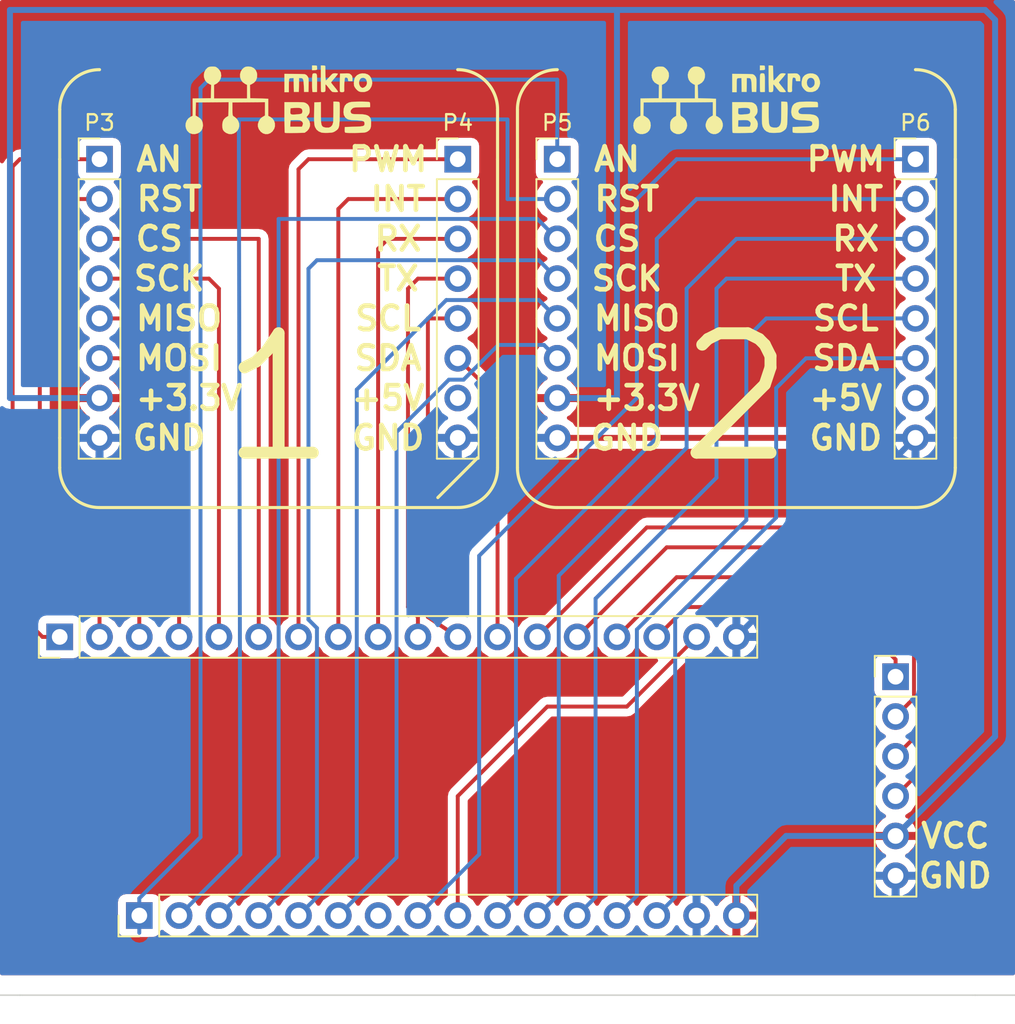
<source format=kicad_pcb>
(kicad_pcb (version 4) (host pcbnew 4.0.7)

  (general
    (links 38)
    (no_connects 0)
    (area 116.789999 100.279999 184.200001 165.150001)
    (thickness 1.6)
    (drawings 72)
    (tracks 176)
    (zones 0)
    (modules 9)
    (nets 35)
  )

  (page A4)
  (layers
    (0 F.Cu signal)
    (31 B.Cu signal)
    (32 B.Adhes user)
    (33 F.Adhes user)
    (34 B.Paste user)
    (35 F.Paste user)
    (36 B.SilkS user)
    (37 F.SilkS user)
    (38 B.Mask user hide)
    (39 F.Mask user hide)
    (40 Dwgs.User user hide)
    (41 Cmts.User user hide)
    (42 Eco1.User user hide)
    (43 Eco2.User user hide)
    (44 Edge.Cuts user hide)
    (45 Margin user hide)
    (46 B.CrtYd user hide)
    (47 F.CrtYd user hide)
    (48 B.Fab user hide)
    (49 F.Fab user hide)
  )

  (setup
    (last_trace_width 0.25)
    (trace_clearance 0.2)
    (zone_clearance 0.508)
    (zone_45_only no)
    (trace_min 0.2)
    (segment_width 0.2)
    (edge_width 0.1)
    (via_size 0.6)
    (via_drill 0.4)
    (via_min_size 0.4)
    (via_min_drill 0.3)
    (uvia_size 0.3)
    (uvia_drill 0.1)
    (uvias_allowed no)
    (uvia_min_size 0.2)
    (uvia_min_drill 0.1)
    (pcb_text_width 0.3)
    (pcb_text_size 1.5 1.5)
    (mod_edge_width 0.15)
    (mod_text_size 1 1)
    (mod_text_width 0.15)
    (pad_size 1.5 1.5)
    (pad_drill 0.6)
    (pad_to_mask_clearance 0)
    (aux_axis_origin 0 0)
    (visible_elements 7FFFFFFF)
    (pcbplotparams
      (layerselection 0x00030_80000001)
      (usegerberextensions false)
      (excludeedgelayer true)
      (linewidth 0.100000)
      (plotframeref false)
      (viasonmask false)
      (mode 1)
      (useauxorigin false)
      (hpglpennumber 1)
      (hpglpenspeed 20)
      (hpglpendiameter 15)
      (hpglpenoverlay 2)
      (psnegative false)
      (psa4output false)
      (plotreference true)
      (plotvalue true)
      (plotinvisibletext false)
      (padsonsilk false)
      (subtractmaskfromsilk false)
      (outputformat 1)
      (mirror false)
      (drillshape 0)
      (scaleselection 1)
      (outputdirectory ""))
  )

  (net 0 "")
  (net 1 /EXT_1)
  (net 2 /EXT_2)
  (net 3 /EXT_3)
  (net 4 /EXT_4)
  (net 5 /AN_1)
  (net 6 /RST_1)
  (net 7 /CS_1)
  (net 8 /SCK_1)
  (net 9 /MISO_1)
  (net 10 /MOSI_1)
  (net 11 +3V3)
  (net 12 GND)
  (net 13 /PWM_1)
  (net 14 /INT_1)
  (net 15 /RX_1)
  (net 16 /TX_1)
  (net 17 /SCL_1)
  (net 18 /SDA_1)
  (net 19 "Net-(P4-Pad7)")
  (net 20 /AN_2)
  (net 21 /RST_2)
  (net 22 /CS_2)
  (net 23 /SCK_2)
  (net 24 /MISO_2)
  (net 25 /MOSI_2)
  (net 26 /PWM_2)
  (net 27 /INT_2)
  (net 28 /RX_2)
  (net 29 /TX_2)
  (net 30 /SCL_2)
  (net 31 /SDA_2)
  (net 32 "Net-(P6-Pad7)")
  (net 33 "Net-(UPDUINO2_DOWN1-Pad7)")
  (net 34 /OSC_OUT)

  (net_class Default "This is the default net class."
    (clearance 0.2)
    (trace_width 0.25)
    (via_dia 0.6)
    (via_drill 0.4)
    (uvia_dia 0.3)
    (uvia_drill 0.1)
    (add_net /AN_1)
    (add_net /AN_2)
    (add_net /CS_1)
    (add_net /CS_2)
    (add_net /EXT_1)
    (add_net /EXT_2)
    (add_net /EXT_3)
    (add_net /EXT_4)
    (add_net /INT_1)
    (add_net /INT_2)
    (add_net /MISO_1)
    (add_net /MISO_2)
    (add_net /MOSI_1)
    (add_net /MOSI_2)
    (add_net /OSC_OUT)
    (add_net /PWM_1)
    (add_net /PWM_2)
    (add_net /RST_1)
    (add_net /RST_2)
    (add_net /RX_1)
    (add_net /RX_2)
    (add_net /SCK_1)
    (add_net /SCK_2)
    (add_net /SCL_1)
    (add_net /SCL_2)
    (add_net /SDA_1)
    (add_net /SDA_2)
    (add_net /TX_1)
    (add_net /TX_2)
    (add_net "Net-(P4-Pad7)")
    (add_net "Net-(P6-Pad7)")
    (add_net "Net-(UPDUINO2_DOWN1-Pad7)")
  )

  (net_class Power ""
    (clearance 0.25)
    (trace_width 0.38)
    (via_dia 0.4)
    (via_drill 0.3)
    (uvia_dia 0.3)
    (uvia_drill 0.1)
    (add_net +3V3)
    (add_net GND)
  )

  (module Graphics:mikrobus (layer F.Cu) (tedit 5ABBEB1D) (tstamp 5AD4955F)
    (at 164.465 107.95)
    (fp_text reference G1 (at -5.715 -2.54) (layer F.SilkS) hide
      (effects (font (thickness 0.3)))
    )
    (fp_text value LOGO (at 10.16 -0.635) (layer F.SilkS) hide
      (effects (font (thickness 0.3)))
    )
    (fp_poly (pts (xy -1.730224 -2.077345) (xy -1.575436 -1.996786) (xy -1.459201 -1.869825) (xy -1.387845 -1.702438)
      (xy -1.369425 -1.58804) (xy -1.381687 -1.38742) (xy -1.449099 -1.21493) (xy -1.568523 -1.076059)
      (xy -1.713456 -0.986333) (xy -1.8294 -0.934063) (xy -1.812074 -0.083553) (xy -1.239025 -0.066842)
      (xy -0.665976 -0.050132) (xy -0.665976 1.043139) (xy -0.531795 1.111434) (xy -0.391193 1.216498)
      (xy -0.291761 1.359693) (xy -0.238132 1.526791) (xy -0.234936 1.703564) (xy -0.284532 1.871093)
      (xy -0.391946 2.032968) (xy -0.527262 2.142581) (xy -0.679838 2.200002) (xy -0.839034 2.205303)
      (xy -0.994212 2.158552) (xy -1.13473 2.059822) (xy -1.249949 1.909181) (xy -1.273015 1.864555)
      (xy -1.322117 1.717904) (xy -1.322578 1.573605) (xy -1.273685 1.413227) (xy -1.253779 1.3687)
      (xy -1.179413 1.242112) (xy -1.083194 1.150655) (xy -1.021908 1.110798) (xy -0.86821 1.019342)
      (xy -0.867764 0.592779) (xy -0.867317 0.166216) (xy -1.908538 0.175016) (xy -2.949758 0.183816)
      (xy -2.949043 0.518026) (xy -2.948744 0.711503) (xy -2.946972 0.849558) (xy -2.940967 0.943597)
      (xy -2.927972 1.005026) (xy -2.905227 1.045252) (xy -2.869976 1.075681) (xy -2.819459 1.107718)
      (xy -2.804116 1.117318) (xy -2.680686 1.222024) (xy -2.587287 1.349022) (xy -2.522983 1.521947)
      (xy -2.513169 1.689805) (xy -2.55041 1.845555) (xy -2.627273 1.982157) (xy -2.736323 2.092572)
      (xy -2.870126 2.169758) (xy -3.021247 2.206676) (xy -3.182253 2.196285) (xy -3.345708 2.131546)
      (xy -3.386434 2.105805) (xy -3.48592 2.026115) (xy -3.548246 1.940081) (xy -3.581243 1.829537)
      (xy -3.592738 1.676319) (xy -3.593171 1.626157) (xy -3.573257 1.435034) (xy -3.509619 1.285646)
      (xy -3.396416 1.166839) (xy -3.328554 1.120868) (xy -3.205976 1.046884) (xy -3.188684 0.166214)
      (xy -5.281342 0.183816) (xy -5.289971 0.604188) (xy -5.298601 1.024561) (xy -5.15992 1.101518)
      (xy -5.015316 1.198755) (xy -4.918999 1.309043) (xy -4.857384 1.448711) (xy -4.850119 1.473843)
      (xy -4.829102 1.663709) (xy -4.865604 1.850532) (xy -4.928931 1.977614) (xy -5.039978 2.0922)
      (xy -5.186963 2.169026) (xy -5.352836 2.20496) (xy -5.520547 2.196873) (xy -5.673045 2.141634)
      (xy -5.706421 2.120355) (xy -5.831662 1.996297) (xy -5.909016 1.843956) (xy -5.939531 1.676031)
      (xy -5.92426 1.505224) (xy -5.864253 1.344235) (xy -5.760561 1.205765) (xy -5.622554 1.106648)
      (xy -5.482683 1.03571) (xy -5.482683 -0.065367) (xy -4.901891 -0.07446) (xy -4.321098 -0.083553)
      (xy -4.312435 -0.508808) (xy -4.303771 -0.934063) (xy -4.420427 -0.986653) (xy -4.583504 -1.091471)
      (xy -4.696482 -1.235371) (xy -4.758181 -1.416424) (xy -4.770244 -1.558614) (xy -4.740801 -1.740333)
      (xy -4.658343 -1.902307) (xy -4.53168 -2.029082) (xy -4.485258 -2.05857) (xy -4.394713 -2.088107)
      (xy -4.271572 -2.102714) (xy -4.141722 -2.101898) (xy -4.031051 -2.085164) (xy -3.986074 -2.068095)
      (xy -3.868772 -1.979321) (xy -3.765627 -1.859281) (xy -3.695523 -1.731412) (xy -3.682977 -1.69197)
      (xy -3.666756 -1.506188) (xy -3.705503 -1.325988) (xy -3.792811 -1.166043) (xy -3.922274 -1.041025)
      (xy -3.983064 -1.004773) (xy -4.119757 -0.935447) (xy -4.119757 -0.066842) (xy -2.013415 -0.066842)
      (xy -2.013415 -0.935447) (xy -2.150063 -1.00475) (xy -2.295769 -1.111604) (xy -2.397945 -1.25438)
      (xy -2.454325 -1.420062) (xy -2.462643 -1.595631) (xy -2.420632 -1.768069) (xy -2.326025 -1.924359)
      (xy -2.312794 -1.939472) (xy -2.213716 -2.032141) (xy -2.111945 -2.083646) (xy -1.983805 -2.103928)
      (xy -1.917238 -2.105526) (xy -1.730224 -2.077345)) (layer F.SilkS) (width 0.01))
    (fp_poly (pts (xy 1.210125 0.167584) (xy 1.372581 0.169643) (xy 1.492789 0.174223) (xy 1.580601 0.182258)
      (xy 1.645865 0.194688) (xy 1.698432 0.21245) (xy 1.748152 0.236481) (xy 1.753262 0.239219)
      (xy 1.87407 0.332085) (xy 1.948415 0.459472) (xy 1.980447 0.629651) (xy 1.982439 0.695973)
      (xy 1.97332 0.820014) (xy 1.938994 0.91359) (xy 1.897754 0.975001) (xy 1.839624 1.048362)
      (xy 1.796079 1.098124) (xy 1.787598 1.106029) (xy 1.792454 1.138529) (xy 1.833068 1.199455)
      (xy 1.868376 1.240512) (xy 1.961963 1.384376) (xy 2.003074 1.546656) (xy 1.993078 1.712709)
      (xy 1.933346 1.867897) (xy 1.825247 1.997577) (xy 1.795355 2.021052) (xy 1.657266 2.121116)
      (xy 1.037718 2.133418) (xy 0.847593 2.135942) (xy 0.678741 2.135806) (xy 0.540897 2.133212)
      (xy 0.4438 2.128363) (xy 0.397184 2.121461) (xy 0.394939 2.120053) (xy 0.38899 2.081263)
      (xy 0.383605 1.984263) (xy 0.378985 1.837684) (xy 0.377043 1.737895) (xy 0.740458 1.737895)
      (xy 1.485238 1.737895) (xy 1.528768 1.645987) (xy 1.554685 1.533209) (xy 1.520859 1.435114)
      (xy 1.4287 1.355701) (xy 1.425784 1.354058) (xy 1.354511 1.326226) (xy 1.256616 1.311664)
      (xy 1.117717 1.308728) (xy 1.044735 1.310532) (xy 0.758902 1.320132) (xy 0.74968 1.529013)
      (xy 0.740458 1.737895) (xy 0.377043 1.737895) (xy 0.375334 1.650157) (xy 0.372853 1.430314)
      (xy 0.371746 1.186784) (xy 0.371707 1.130746) (xy 0.371707 0.808573) (xy 0.743861 0.808573)
      (xy 0.751791 0.889788) (xy 0.784137 0.936785) (xy 0.850815 0.957572) (xy 0.961742 0.960159)
      (xy 1.084269 0.95475) (xy 1.22283 0.944404) (xy 1.343206 0.929575) (xy 1.428458 0.912637)
      (xy 1.455221 0.902733) (xy 1.501701 0.851213) (xy 1.517442 0.758463) (xy 1.517609 0.742442)
      (xy 1.506097 0.650659) (xy 1.466748 0.587199) (xy 1.39184 0.548604) (xy 1.273646 0.531415)
      (xy 1.104443 0.532173) (xy 1.053708 0.534737) (xy 0.759977 0.551447) (xy 0.75043 0.685132)
      (xy 0.743861 0.808573) (xy 0.371707 0.808573) (xy 0.371707 0.167105) (xy 0.99557 0.167105)
      (xy 1.210125 0.167584)) (layer F.SilkS) (width 0.01))
    (fp_poly (pts (xy 3.662865 0.134196) (xy 3.763627 0.139676) (xy 3.84184 0.15311) (xy 3.86725 0.163264)
      (xy 3.881107 0.184993) (xy 3.891152 0.233482) (xy 3.897679 0.316215) (xy 3.900981 0.44068)
      (xy 3.901353 0.614361) (xy 3.899088 0.844744) (xy 3.897732 0.939791) (xy 3.892848 1.211377)
      (xy 3.885575 1.425143) (xy 3.873248 1.59011) (xy 3.853203 1.715298) (xy 3.822774 1.809729)
      (xy 3.779297 1.882425) (xy 3.720107 1.942405) (xy 3.642538 1.998692) (xy 3.57177 2.043252)
      (xy 3.500036 2.079577) (xy 3.416005 2.103338) (xy 3.303176 2.117725) (xy 3.145047 2.125928)
      (xy 3.144024 2.125962) (xy 3.000701 2.127786) (xy 2.871092 2.124259) (xy 2.774066 2.116132)
      (xy 2.741341 2.109949) (xy 2.555765 2.032708) (xy 2.419257 1.91768) (xy 2.32733 1.760679)
      (xy 2.308035 1.705619) (xy 2.290843 1.635855) (xy 2.278562 1.548469) (xy 2.270709 1.433294)
      (xy 2.266803 1.280163) (xy 2.266363 1.078909) (xy 2.268304 0.866538) (xy 2.276707 0.183816)
      (xy 2.485792 0.173933) (xy 2.694878 0.164051) (xy 2.694878 0.844047) (xy 2.696072 1.114262)
      (xy 2.701518 1.325412) (xy 2.714008 1.485255) (xy 2.736333 1.601549) (xy 2.771286 1.682052)
      (xy 2.82166 1.734522) (xy 2.890246 1.766719) (xy 2.979836 1.786399) (xy 3.036929 1.794425)
      (xy 3.204985 1.792518) (xy 3.334012 1.738706) (xy 3.424244 1.632789) (xy 3.475915 1.474566)
      (xy 3.484596 1.410309) (xy 3.488726 1.335929) (xy 3.492469 1.208784) (xy 3.495544 1.042951)
      (xy 3.497674 0.852506) (xy 3.498459 0.710197) (xy 3.500243 0.133684) (xy 3.662865 0.134196)) (layer F.SilkS) (width 0.01))
    (fp_poly (pts (xy 5.328052 0.133375) (xy 5.492017 0.137224) (xy 5.633711 0.144479) (xy 5.741505 0.155068)
      (xy 5.803771 0.168918) (xy 5.813399 0.17546) (xy 5.831441 0.234086) (xy 5.840247 0.3268)
      (xy 5.840423 0.350921) (xy 5.838902 0.484605) (xy 5.314224 0.493797) (xy 5.121731 0.497577)
      (xy 4.980705 0.50219) (xy 4.880668 0.5092) (xy 4.81114 0.520171) (xy 4.76164 0.536667)
      (xy 4.721689 0.560252) (xy 4.686968 0.587406) (xy 4.607714 0.679465) (xy 4.586203 0.773318)
      (xy 4.623614 0.861453) (xy 4.641036 0.880478) (xy 4.676933 0.90473) (xy 4.733218 0.920955)
      (xy 4.821078 0.930575) (xy 4.951702 0.935009) (xy 5.076618 0.935789) (xy 5.316918 0.942546)
      (xy 5.50425 0.964288) (xy 5.646458 1.003229) (xy 5.751384 1.061579) (xy 5.82687 1.14155)
      (xy 5.831718 1.148716) (xy 5.868157 1.215324) (xy 5.889272 1.291454) (xy 5.898815 1.39736)
      (xy 5.900638 1.520658) (xy 5.892121 1.703387) (xy 5.86216 1.836431) (xy 5.803623 1.935137)
      (xy 5.709382 2.014854) (xy 5.656061 2.047142) (xy 5.607128 2.071907) (xy 5.553881 2.090586)
      (xy 5.486518 2.104273) (xy 5.395235 2.11406) (xy 5.270231 2.121041) (xy 5.101704 2.126309)
      (xy 4.909634 2.130396) (xy 4.718108 2.132567) (xy 4.546522 2.131713) (xy 4.404971 2.128112)
      (xy 4.303551 2.12204) (xy 4.252356 2.113775) (xy 4.249511 2.112275) (xy 4.222515 2.053594)
      (xy 4.217654 1.935629) (xy 4.218535 1.918477) (xy 4.22817 1.754605) (xy 4.804315 1.737895)
      (xy 5.026604 1.730342) (xy 5.19449 1.720824) (xy 5.315519 1.707121) (xy 5.39724 1.687014)
      (xy 5.447199 1.658285) (xy 5.472944 1.618715) (xy 5.482023 1.566084) (xy 5.482683 1.538456)
      (xy 5.476197 1.469151) (xy 5.451254 1.417959) (xy 5.399621 1.381682) (xy 5.313069 1.357122)
      (xy 5.183365 1.341082) (xy 5.00228 1.330363) (xy 4.940609 1.327856) (xy 4.757004 1.319359)
      (xy 4.622355 1.308717) (xy 4.523671 1.293884) (xy 4.447957 1.272817) (xy 4.382221 1.243468)
      (xy 4.372946 1.238513) (xy 4.246187 1.135477) (xy 4.167259 0.991524) (xy 4.136999 0.809294)
      (xy 4.156243 0.591423) (xy 4.160622 0.569231) (xy 4.221156 0.401654) (xy 4.326116 0.278076)
      (xy 4.478229 0.195894) (xy 4.581171 0.167764) (xy 4.682059 0.153493) (xy 4.818819 0.142991)
      (xy 4.979824 0.136185) (xy 5.153445 0.133004) (xy 5.328052 0.133375)) (layer F.SilkS) (width 0.01))
    (fp_poly (pts (xy 0.983475 -1.633677) (xy 1.178109 -1.631394) (xy 1.356822 -1.627384) (xy 1.508325 -1.62205)
      (xy 1.621326 -1.615798) (xy 1.684534 -1.609031) (xy 1.687005 -1.608501) (xy 1.778723 -1.557614)
      (xy 1.850486 -1.472455) (xy 1.879875 -1.421006) (xy 1.899558 -1.368817) (xy 1.911108 -1.302124)
      (xy 1.916103 -1.207163) (xy 1.916117 -1.070171) (xy 1.913602 -0.921118) (xy 1.905 -0.484605)
      (xy 1.626219 -0.484605) (xy 1.609933 -0.873204) (xy 1.599225 -1.066821) (xy 1.583355 -1.203253)
      (xy 1.558357 -1.292148) (xy 1.520265 -1.343152) (xy 1.465115 -1.365911) (xy 1.405597 -1.370263)
      (xy 1.300975 -1.370263) (xy 1.298831 -1.11125) (xy 1.296958 -0.953869) (xy 1.294137 -0.793352)
      (xy 1.291087 -0.668421) (xy 1.285487 -0.484605) (xy 0.975731 -0.484605) (xy 0.967077 -0.929225)
      (xy 0.958422 -1.373845) (xy 0.812199 -1.363699) (xy 0.754028 -1.360595) (xy 0.712561 -1.35411)
      (xy 0.684897 -1.33444) (xy 0.668136 -1.291779) (xy 0.65938 -1.216321) (xy 0.655728 -1.09826)
      (xy 0.65428 -0.927792) (xy 0.65354 -0.827171) (xy 0.650487 -0.467895) (xy 0.371707 -0.467895)
      (xy 0.371707 -1.637632) (xy 0.983475 -1.633677)) (layer F.SilkS) (width 0.01))
    (fp_poly (pts (xy 2.302472 -1.670541) (xy 2.356364 -1.667363) (xy 2.395858 -1.652806) (xy 2.423109 -1.617926)
      (xy 2.440272 -1.553777) (xy 2.449503 -1.451412) (xy 2.452957 -1.301887) (xy 2.45279 -1.096255)
      (xy 2.452513 -1.047843) (xy 2.449113 -0.484605) (xy 2.315293 -0.474709) (xy 2.228306 -0.473694)
      (xy 2.169344 -0.482932) (xy 2.159395 -0.488635) (xy 2.152062 -0.528437) (xy 2.145759 -0.623508)
      (xy 2.140924 -0.762278) (xy 2.137997 -0.933178) (xy 2.137317 -1.071468) (xy 2.137733 -1.2849)
      (xy 2.140653 -1.440577) (xy 2.148581 -1.547584) (xy 2.164022 -1.615008) (xy 2.189482 -1.651936)
      (xy 2.227464 -1.667454) (xy 2.280475 -1.670648) (xy 2.302472 -1.670541)) (layer F.SilkS) (width 0.01))
    (fp_poly (pts (xy 2.923478 -2.166963) (xy 2.965885 -2.146729) (xy 2.976026 -2.113882) (xy 2.977335 -2.05933)
      (xy 2.97919 -1.952867) (xy 2.981352 -1.809418) (xy 2.983583 -1.643909) (xy 2.98377 -1.629216)
      (xy 2.988365 -1.447315) (xy 2.996631 -1.312705) (xy 3.007978 -1.232201) (xy 3.019817 -1.211452)
      (xy 3.053396 -1.238077) (xy 3.117838 -1.302432) (xy 3.202001 -1.393119) (xy 3.248597 -1.445461)
      (xy 3.342546 -1.550998) (xy 3.408928 -1.617095) (xy 3.462643 -1.65298) (xy 3.51859 -1.66788)
      (xy 3.59167 -1.671023) (xy 3.612865 -1.671053) (xy 3.704844 -1.665444) (xy 3.765184 -1.651009)
      (xy 3.779024 -1.637732) (xy 3.75888 -1.600867) (xy 3.704562 -1.528075) (xy 3.625246 -1.431189)
      (xy 3.562195 -1.358126) (xy 3.47136 -1.252672) (xy 3.399236 -1.164599) (xy 3.35494 -1.105301)
      (xy 3.345365 -1.087197) (xy 3.365 -1.053966) (xy 3.418241 -0.982691) (xy 3.4966 -0.884367)
      (xy 3.577221 -0.787007) (xy 3.668208 -0.675036) (xy 3.738671 -0.58088) (xy 3.780977 -0.515261)
      (xy 3.788888 -0.489678) (xy 3.743866 -0.474658) (xy 3.660639 -0.468543) (xy 3.562333 -0.470802)
      (xy 3.472075 -0.480904) (xy 3.413024 -0.498298) (xy 3.369948 -0.537207) (xy 3.301077 -0.614078)
      (xy 3.219101 -0.714491) (xy 3.192393 -0.748956) (xy 3.11355 -0.848805) (xy 3.048646 -0.925037)
      (xy 3.00811 -0.96563) (xy 3.001309 -0.969211) (xy 2.990901 -0.938848) (xy 2.98612 -0.859644)
      (xy 2.987636 -0.760329) (xy 2.987697 -0.643754) (xy 2.978825 -0.551596) (xy 2.965841 -0.509671)
      (xy 2.915934 -0.482087) (xy 2.836585 -0.468716) (xy 2.758522 -0.471951) (xy 2.715528 -0.490176)
      (xy 2.709849 -0.528414) (xy 2.704768 -0.62419) (xy 2.700508 -0.768202) (xy 2.697297 -0.951146)
      (xy 2.69536 -1.16372) (xy 2.694878 -1.342412) (xy 2.694878 -2.172368) (xy 2.834268 -2.172368)
      (xy 2.923478 -2.166963)) (layer F.SilkS) (width 0.01))
    (fp_poly (pts (xy 4.450233 -1.664342) (xy 4.51311 -1.652266) (xy 4.56087 -1.627865) (xy 4.609103 -1.588053)
      (xy 4.611708 -1.585692) (xy 4.671959 -1.52134) (xy 4.700369 -1.453836) (xy 4.708197 -1.353825)
      (xy 4.708292 -1.333871) (xy 4.708292 -1.169737) (xy 4.568902 -1.169737) (xy 4.483153 -1.172746)
      (xy 4.442537 -1.189537) (xy 4.430265 -1.231755) (xy 4.429512 -1.266424) (xy 4.409947 -1.352134)
      (xy 4.34707 -1.395516) (xy 4.274991 -1.403684) (xy 4.247828 -1.395803) (xy 4.228844 -1.364136)
      (xy 4.215043 -1.296651) (xy 4.203427 -1.181315) (xy 4.196591 -1.088908) (xy 4.188029 -0.932387)
      (xy 4.183938 -0.784598) (xy 4.184845 -0.669654) (xy 4.186715 -0.638407) (xy 4.187564 -0.542225)
      (xy 4.160038 -0.490577) (xy 4.091595 -0.470372) (xy 4.023323 -0.467895) (xy 3.953208 -0.480989)
      (xy 3.916643 -0.510954) (xy 3.911998 -0.557534) (xy 3.908969 -0.658733) (xy 3.907695 -0.802349)
      (xy 3.908316 -0.976179) (xy 3.909872 -1.104178) (xy 3.918414 -1.654342) (xy 4.216769 -1.66386)
      (xy 4.356649 -1.667178) (xy 4.450233 -1.664342)) (layer F.SilkS) (width 0.01))
    (fp_poly (pts (xy 5.505493 -1.660622) (xy 5.674207 -1.605661) (xy 5.688329 -1.598311) (xy 5.789375 -1.527706)
      (xy 5.863896 -1.430144) (xy 5.900807 -1.357802) (xy 5.961472 -1.18846) (xy 5.973006 -1.034511)
      (xy 5.936194 -0.871756) (xy 5.918141 -0.823346) (xy 5.823418 -0.662636) (xy 5.687297 -0.551106)
      (xy 5.511454 -0.489888) (xy 5.409377 -0.478512) (xy 5.268125 -0.482339) (xy 5.153163 -0.505025)
      (xy 5.123598 -0.5169) (xy 5.027809 -0.584517) (xy 4.931633 -0.68456) (xy 4.853607 -0.794862)
      (xy 4.813437 -0.887814) (xy 4.799861 -1.028816) (xy 4.807362 -1.120685) (xy 5.13059 -1.120685)
      (xy 5.137287 -0.986189) (xy 5.18348 -0.864175) (xy 5.242122 -0.795043) (xy 5.316094 -0.746939)
      (xy 5.385479 -0.74279) (xy 5.475838 -0.781611) (xy 5.483302 -0.785741) (xy 5.582019 -0.874564)
      (xy 5.633169 -0.996795) (xy 5.633814 -1.13948) (xy 5.592517 -1.267038) (xy 5.522492 -1.347527)
      (xy 5.422186 -1.387301) (xy 5.31347 -1.381716) (xy 5.236545 -1.342599) (xy 5.163604 -1.246532)
      (xy 5.13059 -1.120685) (xy 4.807362 -1.120685) (xy 4.812919 -1.188741) (xy 4.848334 -1.33821)
      (xy 4.893223 -1.435707) (xy 5.005872 -1.552303) (xy 5.15581 -1.63077) (xy 5.327522 -1.667933)
      (xy 5.505493 -1.660622)) (layer F.SilkS) (width 0.01))
    (fp_poly (pts (xy 2.384376 -2.169505) (xy 2.430916 -2.155211) (xy 2.44807 -2.120933) (xy 2.450945 -2.088816)
      (xy 2.45559 -1.998624) (xy 2.458689 -1.946776) (xy 2.449667 -1.911078) (xy 2.407686 -1.890575)
      (xy 2.319349 -1.879481) (xy 2.299939 -1.878188) (xy 2.137317 -1.868086) (xy 2.137317 -2.172368)
      (xy 2.292195 -2.172368) (xy 2.384376 -2.169505)) (layer F.SilkS) (width 0.01))
  )

  (module Socket_Strips:Socket_Strip_Straight_1x18_Pitch2.54mm (layer F.Cu) (tedit 5ABC98AE) (tstamp 5ACB22EB)
    (at 121.92 142.24 90)
    (descr "Through hole straight socket strip, 1x18, 2.54mm pitch, single row")
    (tags "Through hole socket strip THT 1x18 2.54mm single row")
    (path /5A7EF53F)
    (fp_text reference UP1 (at 0 -2.33 90) (layer F.SilkS) hide
      (effects (font (size 1 1) (thickness 0.15)))
    )
    (fp_text value Conn_01x18 (at 0 45.51 90) (layer F.Fab)
      (effects (font (size 1 1) (thickness 0.15)))
    )
    (fp_line (start -1.27 -1.27) (end -1.27 44.45) (layer F.Fab) (width 0.1))
    (fp_line (start -1.27 44.45) (end 1.27 44.45) (layer F.Fab) (width 0.1))
    (fp_line (start 1.27 44.45) (end 1.27 -1.27) (layer F.Fab) (width 0.1))
    (fp_line (start 1.27 -1.27) (end -1.27 -1.27) (layer F.Fab) (width 0.1))
    (fp_line (start -1.33 1.27) (end -1.33 44.51) (layer F.SilkS) (width 0.12))
    (fp_line (start -1.33 44.51) (end 1.33 44.51) (layer F.SilkS) (width 0.12))
    (fp_line (start 1.33 44.51) (end 1.33 1.27) (layer F.SilkS) (width 0.12))
    (fp_line (start 1.33 1.27) (end -1.33 1.27) (layer F.SilkS) (width 0.12))
    (fp_line (start -1.33 0) (end -1.33 -1.33) (layer F.SilkS) (width 0.12))
    (fp_line (start -1.33 -1.33) (end 0 -1.33) (layer F.SilkS) (width 0.12))
    (fp_line (start -1.8 -1.8) (end -1.8 44.95) (layer F.CrtYd) (width 0.05))
    (fp_line (start -1.8 44.95) (end 1.8 44.95) (layer F.CrtYd) (width 0.05))
    (fp_line (start 1.8 44.95) (end 1.8 -1.8) (layer F.CrtYd) (width 0.05))
    (fp_line (start 1.8 -1.8) (end -1.8 -1.8) (layer F.CrtYd) (width 0.05))
    (fp_text user %R (at 0 -2.33 90) (layer F.Fab)
      (effects (font (size 1 1) (thickness 0.15)))
    )
    (pad 1 thru_hole rect (at 0 0 90) (size 1.7 1.7) (drill 1) (layers *.Cu *.Mask)
      (net 5 /AN_1))
    (pad 2 thru_hole oval (at 0 2.54 90) (size 1.7 1.7) (drill 1) (layers *.Cu *.Mask)
      (net 6 /RST_1))
    (pad 3 thru_hole oval (at 0 5.08 90) (size 1.7 1.7) (drill 1) (layers *.Cu *.Mask)
      (net 10 /MOSI_1))
    (pad 4 thru_hole oval (at 0 7.62 90) (size 1.7 1.7) (drill 1) (layers *.Cu *.Mask)
      (net 9 /MISO_1))
    (pad 5 thru_hole oval (at 0 10.16 90) (size 1.7 1.7) (drill 1) (layers *.Cu *.Mask)
      (net 8 /SCK_1))
    (pad 6 thru_hole oval (at 0 12.7 90) (size 1.7 1.7) (drill 1) (layers *.Cu *.Mask)
      (net 7 /CS_1))
    (pad 7 thru_hole oval (at 0 15.24 90) (size 1.7 1.7) (drill 1) (layers *.Cu *.Mask)
      (net 13 /PWM_1))
    (pad 8 thru_hole oval (at 0 17.78 90) (size 1.7 1.7) (drill 1) (layers *.Cu *.Mask)
      (net 14 /INT_1))
    (pad 9 thru_hole oval (at 0 20.32 90) (size 1.7 1.7) (drill 1) (layers *.Cu *.Mask)
      (net 15 /RX_1))
    (pad 10 thru_hole oval (at 0 22.86 90) (size 1.7 1.7) (drill 1) (layers *.Cu *.Mask)
      (net 16 /TX_1))
    (pad 11 thru_hole oval (at 0 25.4 90) (size 1.7 1.7) (drill 1) (layers *.Cu *.Mask)
      (net 17 /SCL_1))
    (pad 12 thru_hole oval (at 0 27.94 90) (size 1.7 1.7) (drill 1) (layers *.Cu *.Mask)
      (net 18 /SDA_1))
    (pad 13 thru_hole oval (at 0 30.48 90) (size 1.7 1.7) (drill 1) (layers *.Cu *.Mask)
      (net 1 /EXT_1))
    (pad 14 thru_hole oval (at 0 33.02 90) (size 1.7 1.7) (drill 1) (layers *.Cu *.Mask)
      (net 2 /EXT_2))
    (pad 15 thru_hole oval (at 0 35.56 90) (size 1.7 1.7) (drill 1) (layers *.Cu *.Mask)
      (net 3 /EXT_3))
    (pad 16 thru_hole oval (at 0 38.1 90) (size 1.7 1.7) (drill 1) (layers *.Cu *.Mask)
      (net 4 /EXT_4))
    (pad 17 thru_hole oval (at 0 40.64 90) (size 1.7 1.7) (drill 1) (layers *.Cu *.Mask)
      (net 34 /OSC_OUT))
    (pad 18 thru_hole oval (at 0 43.18 90) (size 1.7 1.7) (drill 1) (layers *.Cu *.Mask)
      (net 12 GND))
    (model ${KISYS3DMOD}/Socket_Strips.3dshapes/Socket_Strip_Straight_1x18_Pitch2.54mm.wrl
      (at (xyz 0 -0.85 0))
      (scale (xyz 1 1 1))
      (rotate (xyz 0 0 270))
    )
  )

  (module Pin_Headers:Pin_Header_Straight_1x06_Pitch2.54mm (layer F.Cu) (tedit 5ABC98B7) (tstamp 5ABB93C4)
    (at 175.26 144.78)
    (descr "Through hole straight pin header, 1x06, 2.54mm pitch, single row")
    (tags "Through hole pin header THT 1x06 2.54mm single row")
    (path /5ABB93C6)
    (fp_text reference J1 (at 0 -2.33) (layer F.SilkS) hide
      (effects (font (size 1 1) (thickness 0.15)))
    )
    (fp_text value Conn_01x06 (at 0 15.03) (layer F.Fab)
      (effects (font (size 1 1) (thickness 0.15)))
    )
    (fp_line (start -0.635 -1.27) (end 1.27 -1.27) (layer F.Fab) (width 0.1))
    (fp_line (start 1.27 -1.27) (end 1.27 13.97) (layer F.Fab) (width 0.1))
    (fp_line (start 1.27 13.97) (end -1.27 13.97) (layer F.Fab) (width 0.1))
    (fp_line (start -1.27 13.97) (end -1.27 -0.635) (layer F.Fab) (width 0.1))
    (fp_line (start -1.27 -0.635) (end -0.635 -1.27) (layer F.Fab) (width 0.1))
    (fp_line (start -1.33 14.03) (end 1.33 14.03) (layer F.SilkS) (width 0.12))
    (fp_line (start -1.33 1.27) (end -1.33 14.03) (layer F.SilkS) (width 0.12))
    (fp_line (start 1.33 1.27) (end 1.33 14.03) (layer F.SilkS) (width 0.12))
    (fp_line (start -1.33 1.27) (end 1.33 1.27) (layer F.SilkS) (width 0.12))
    (fp_line (start -1.33 0) (end -1.33 -1.33) (layer F.SilkS) (width 0.12))
    (fp_line (start -1.33 -1.33) (end 0 -1.33) (layer F.SilkS) (width 0.12))
    (fp_line (start -1.8 -1.8) (end -1.8 14.5) (layer F.CrtYd) (width 0.05))
    (fp_line (start -1.8 14.5) (end 1.8 14.5) (layer F.CrtYd) (width 0.05))
    (fp_line (start 1.8 14.5) (end 1.8 -1.8) (layer F.CrtYd) (width 0.05))
    (fp_line (start 1.8 -1.8) (end -1.8 -1.8) (layer F.CrtYd) (width 0.05))
    (fp_text user %R (at 0 6.35 90) (layer F.Fab)
      (effects (font (size 1 1) (thickness 0.15)))
    )
    (pad 1 thru_hole rect (at 0 0) (size 1.7 1.7) (drill 1) (layers *.Cu *.Mask)
      (net 4 /EXT_4))
    (pad 2 thru_hole oval (at 0 2.54) (size 1.7 1.7) (drill 1) (layers *.Cu *.Mask)
      (net 3 /EXT_3))
    (pad 3 thru_hole oval (at 0 5.08) (size 1.7 1.7) (drill 1) (layers *.Cu *.Mask)
      (net 2 /EXT_2))
    (pad 4 thru_hole oval (at 0 7.62) (size 1.7 1.7) (drill 1) (layers *.Cu *.Mask)
      (net 1 /EXT_1))
    (pad 5 thru_hole oval (at 0 10.16) (size 1.7 1.7) (drill 1) (layers *.Cu *.Mask)
      (net 11 +3V3))
    (pad 6 thru_hole oval (at 0 12.7) (size 1.7 1.7) (drill 1) (layers *.Cu *.Mask)
      (net 12 GND))
    (model ${KISYS3DMOD}/Pin_Headers.3dshapes/Pin_Header_Straight_1x06_Pitch2.54mm.wrl
      (at (xyz 0 0 0))
      (scale (xyz 1 1 1))
      (rotate (xyz 0 0 0))
    )
  )

  (module Socket_Strips:Socket_Strip_Straight_1x08_Pitch2.54mm (layer F.Cu) (tedit 58CD5446) (tstamp 5ACB2261)
    (at 124.46 111.76)
    (descr "Through hole straight socket strip, 1x08, 2.54mm pitch, single row")
    (tags "Through hole socket strip THT 1x08 2.54mm single row")
    (path /5732DECF)
    (fp_text reference P3 (at 0 -2.33) (layer F.SilkS)
      (effects (font (size 1 1) (thickness 0.15)))
    )
    (fp_text value microBus_1 (at 0 20.11) (layer F.Fab)
      (effects (font (size 1 1) (thickness 0.15)))
    )
    (fp_line (start -1.27 -1.27) (end -1.27 19.05) (layer F.Fab) (width 0.1))
    (fp_line (start -1.27 19.05) (end 1.27 19.05) (layer F.Fab) (width 0.1))
    (fp_line (start 1.27 19.05) (end 1.27 -1.27) (layer F.Fab) (width 0.1))
    (fp_line (start 1.27 -1.27) (end -1.27 -1.27) (layer F.Fab) (width 0.1))
    (fp_line (start -1.33 1.27) (end -1.33 19.11) (layer F.SilkS) (width 0.12))
    (fp_line (start -1.33 19.11) (end 1.33 19.11) (layer F.SilkS) (width 0.12))
    (fp_line (start 1.33 19.11) (end 1.33 1.27) (layer F.SilkS) (width 0.12))
    (fp_line (start 1.33 1.27) (end -1.33 1.27) (layer F.SilkS) (width 0.12))
    (fp_line (start -1.33 0) (end -1.33 -1.33) (layer F.SilkS) (width 0.12))
    (fp_line (start -1.33 -1.33) (end 0 -1.33) (layer F.SilkS) (width 0.12))
    (fp_line (start -1.8 -1.8) (end -1.8 19.55) (layer F.CrtYd) (width 0.05))
    (fp_line (start -1.8 19.55) (end 1.8 19.55) (layer F.CrtYd) (width 0.05))
    (fp_line (start 1.8 19.55) (end 1.8 -1.8) (layer F.CrtYd) (width 0.05))
    (fp_line (start 1.8 -1.8) (end -1.8 -1.8) (layer F.CrtYd) (width 0.05))
    (fp_text user %R (at 0 -2.33) (layer F.Fab)
      (effects (font (size 1 1) (thickness 0.15)))
    )
    (pad 1 thru_hole rect (at 0 0) (size 1.7 1.7) (drill 1) (layers *.Cu *.Mask)
      (net 5 /AN_1))
    (pad 2 thru_hole oval (at 0 2.54) (size 1.7 1.7) (drill 1) (layers *.Cu *.Mask)
      (net 6 /RST_1))
    (pad 3 thru_hole oval (at 0 5.08) (size 1.7 1.7) (drill 1) (layers *.Cu *.Mask)
      (net 7 /CS_1))
    (pad 4 thru_hole oval (at 0 7.62) (size 1.7 1.7) (drill 1) (layers *.Cu *.Mask)
      (net 8 /SCK_1))
    (pad 5 thru_hole oval (at 0 10.16) (size 1.7 1.7) (drill 1) (layers *.Cu *.Mask)
      (net 9 /MISO_1))
    (pad 6 thru_hole oval (at 0 12.7) (size 1.7 1.7) (drill 1) (layers *.Cu *.Mask)
      (net 10 /MOSI_1))
    (pad 7 thru_hole oval (at 0 15.24) (size 1.7 1.7) (drill 1) (layers *.Cu *.Mask)
      (net 11 +3V3))
    (pad 8 thru_hole oval (at 0 17.78) (size 1.7 1.7) (drill 1) (layers *.Cu *.Mask)
      (net 12 GND))
    (model ${KISYS3DMOD}/Socket_Strips.3dshapes/Socket_Strip_Straight_1x08_Pitch2.54mm.wrl
      (at (xyz 0 -0.35 0))
      (scale (xyz 1 1 1))
      (rotate (xyz 0 0 270))
    )
  )

  (module Socket_Strips:Socket_Strip_Straight_1x08_Pitch2.54mm (layer F.Cu) (tedit 58CD5446) (tstamp 5ACB227B)
    (at 147.32 111.76)
    (descr "Through hole straight socket strip, 1x08, 2.54mm pitch, single row")
    (tags "Through hole socket strip THT 1x08 2.54mm single row")
    (path /5732E1C6)
    (fp_text reference P4 (at 0 -2.33) (layer F.SilkS)
      (effects (font (size 1 1) (thickness 0.15)))
    )
    (fp_text value microBus_2 (at 0 20.32) (layer F.Fab)
      (effects (font (size 1 1) (thickness 0.15)))
    )
    (fp_line (start -1.27 -1.27) (end -1.27 19.05) (layer F.Fab) (width 0.1))
    (fp_line (start -1.27 19.05) (end 1.27 19.05) (layer F.Fab) (width 0.1))
    (fp_line (start 1.27 19.05) (end 1.27 -1.27) (layer F.Fab) (width 0.1))
    (fp_line (start 1.27 -1.27) (end -1.27 -1.27) (layer F.Fab) (width 0.1))
    (fp_line (start -1.33 1.27) (end -1.33 19.11) (layer F.SilkS) (width 0.12))
    (fp_line (start -1.33 19.11) (end 1.33 19.11) (layer F.SilkS) (width 0.12))
    (fp_line (start 1.33 19.11) (end 1.33 1.27) (layer F.SilkS) (width 0.12))
    (fp_line (start 1.33 1.27) (end -1.33 1.27) (layer F.SilkS) (width 0.12))
    (fp_line (start -1.33 0) (end -1.33 -1.33) (layer F.SilkS) (width 0.12))
    (fp_line (start -1.33 -1.33) (end 0 -1.33) (layer F.SilkS) (width 0.12))
    (fp_line (start -1.8 -1.8) (end -1.8 19.55) (layer F.CrtYd) (width 0.05))
    (fp_line (start -1.8 19.55) (end 1.8 19.55) (layer F.CrtYd) (width 0.05))
    (fp_line (start 1.8 19.55) (end 1.8 -1.8) (layer F.CrtYd) (width 0.05))
    (fp_line (start 1.8 -1.8) (end -1.8 -1.8) (layer F.CrtYd) (width 0.05))
    (fp_text user %R (at 0 -2.33) (layer F.Fab)
      (effects (font (size 1 1) (thickness 0.15)))
    )
    (pad 1 thru_hole rect (at 0 0) (size 1.7 1.7) (drill 1) (layers *.Cu *.Mask)
      (net 13 /PWM_1))
    (pad 2 thru_hole oval (at 0 2.54) (size 1.7 1.7) (drill 1) (layers *.Cu *.Mask)
      (net 14 /INT_1))
    (pad 3 thru_hole oval (at 0 5.08) (size 1.7 1.7) (drill 1) (layers *.Cu *.Mask)
      (net 15 /RX_1))
    (pad 4 thru_hole oval (at 0 7.62) (size 1.7 1.7) (drill 1) (layers *.Cu *.Mask)
      (net 16 /TX_1))
    (pad 5 thru_hole oval (at 0 10.16) (size 1.7 1.7) (drill 1) (layers *.Cu *.Mask)
      (net 17 /SCL_1))
    (pad 6 thru_hole oval (at 0 12.7) (size 1.7 1.7) (drill 1) (layers *.Cu *.Mask)
      (net 18 /SDA_1))
    (pad 7 thru_hole oval (at 0 15.24) (size 1.7 1.7) (drill 1) (layers *.Cu *.Mask)
      (net 19 "Net-(P4-Pad7)"))
    (pad 8 thru_hole oval (at 0 17.78) (size 1.7 1.7) (drill 1) (layers *.Cu *.Mask)
      (net 12 GND))
    (model ${KISYS3DMOD}/Socket_Strips.3dshapes/Socket_Strip_Straight_1x08_Pitch2.54mm.wrl
      (at (xyz 0 -0.35 0))
      (scale (xyz 1 1 1))
      (rotate (xyz 0 0 270))
    )
  )

  (module Socket_Strips:Socket_Strip_Straight_1x08_Pitch2.54mm (layer F.Cu) (tedit 58CD5446) (tstamp 5ACB2295)
    (at 153.67 111.76)
    (descr "Through hole straight socket strip, 1x08, 2.54mm pitch, single row")
    (tags "Through hole socket strip THT 1x08 2.54mm single row")
    (path /5ABB8B35)
    (fp_text reference P5 (at 0 -2.33) (layer F.SilkS)
      (effects (font (size 1 1) (thickness 0.15)))
    )
    (fp_text value microBus_1 (at 0 20.11) (layer F.Fab)
      (effects (font (size 1 1) (thickness 0.15)))
    )
    (fp_line (start -1.27 -1.27) (end -1.27 19.05) (layer F.Fab) (width 0.1))
    (fp_line (start -1.27 19.05) (end 1.27 19.05) (layer F.Fab) (width 0.1))
    (fp_line (start 1.27 19.05) (end 1.27 -1.27) (layer F.Fab) (width 0.1))
    (fp_line (start 1.27 -1.27) (end -1.27 -1.27) (layer F.Fab) (width 0.1))
    (fp_line (start -1.33 1.27) (end -1.33 19.11) (layer F.SilkS) (width 0.12))
    (fp_line (start -1.33 19.11) (end 1.33 19.11) (layer F.SilkS) (width 0.12))
    (fp_line (start 1.33 19.11) (end 1.33 1.27) (layer F.SilkS) (width 0.12))
    (fp_line (start 1.33 1.27) (end -1.33 1.27) (layer F.SilkS) (width 0.12))
    (fp_line (start -1.33 0) (end -1.33 -1.33) (layer F.SilkS) (width 0.12))
    (fp_line (start -1.33 -1.33) (end 0 -1.33) (layer F.SilkS) (width 0.12))
    (fp_line (start -1.8 -1.8) (end -1.8 19.55) (layer F.CrtYd) (width 0.05))
    (fp_line (start -1.8 19.55) (end 1.8 19.55) (layer F.CrtYd) (width 0.05))
    (fp_line (start 1.8 19.55) (end 1.8 -1.8) (layer F.CrtYd) (width 0.05))
    (fp_line (start 1.8 -1.8) (end -1.8 -1.8) (layer F.CrtYd) (width 0.05))
    (fp_text user %R (at 0 -2.33) (layer F.Fab)
      (effects (font (size 1 1) (thickness 0.15)))
    )
    (pad 1 thru_hole rect (at 0 0) (size 1.7 1.7) (drill 1) (layers *.Cu *.Mask)
      (net 20 /AN_2))
    (pad 2 thru_hole oval (at 0 2.54) (size 1.7 1.7) (drill 1) (layers *.Cu *.Mask)
      (net 21 /RST_2))
    (pad 3 thru_hole oval (at 0 5.08) (size 1.7 1.7) (drill 1) (layers *.Cu *.Mask)
      (net 22 /CS_2))
    (pad 4 thru_hole oval (at 0 7.62) (size 1.7 1.7) (drill 1) (layers *.Cu *.Mask)
      (net 23 /SCK_2))
    (pad 5 thru_hole oval (at 0 10.16) (size 1.7 1.7) (drill 1) (layers *.Cu *.Mask)
      (net 24 /MISO_2))
    (pad 6 thru_hole oval (at 0 12.7) (size 1.7 1.7) (drill 1) (layers *.Cu *.Mask)
      (net 25 /MOSI_2))
    (pad 7 thru_hole oval (at 0 15.24) (size 1.7 1.7) (drill 1) (layers *.Cu *.Mask)
      (net 11 +3V3))
    (pad 8 thru_hole oval (at 0 17.78) (size 1.7 1.7) (drill 1) (layers *.Cu *.Mask)
      (net 12 GND))
    (model ${KISYS3DMOD}/Socket_Strips.3dshapes/Socket_Strip_Straight_1x08_Pitch2.54mm.wrl
      (at (xyz 0 -0.35 0))
      (scale (xyz 1 1 1))
      (rotate (xyz 0 0 270))
    )
  )

  (module Socket_Strips:Socket_Strip_Straight_1x08_Pitch2.54mm (layer F.Cu) (tedit 58CD5446) (tstamp 5ACB22AF)
    (at 176.53 111.76)
    (descr "Through hole straight socket strip, 1x08, 2.54mm pitch, single row")
    (tags "Through hole socket strip THT 1x08 2.54mm single row")
    (path /5ABB8B3B)
    (fp_text reference P6 (at 0 -2.33) (layer F.SilkS)
      (effects (font (size 1 1) (thickness 0.15)))
    )
    (fp_text value microBus_2 (at 0 20.11) (layer F.Fab)
      (effects (font (size 1 1) (thickness 0.15)))
    )
    (fp_line (start -1.27 -1.27) (end -1.27 19.05) (layer F.Fab) (width 0.1))
    (fp_line (start -1.27 19.05) (end 1.27 19.05) (layer F.Fab) (width 0.1))
    (fp_line (start 1.27 19.05) (end 1.27 -1.27) (layer F.Fab) (width 0.1))
    (fp_line (start 1.27 -1.27) (end -1.27 -1.27) (layer F.Fab) (width 0.1))
    (fp_line (start -1.33 1.27) (end -1.33 19.11) (layer F.SilkS) (width 0.12))
    (fp_line (start -1.33 19.11) (end 1.33 19.11) (layer F.SilkS) (width 0.12))
    (fp_line (start 1.33 19.11) (end 1.33 1.27) (layer F.SilkS) (width 0.12))
    (fp_line (start 1.33 1.27) (end -1.33 1.27) (layer F.SilkS) (width 0.12))
    (fp_line (start -1.33 0) (end -1.33 -1.33) (layer F.SilkS) (width 0.12))
    (fp_line (start -1.33 -1.33) (end 0 -1.33) (layer F.SilkS) (width 0.12))
    (fp_line (start -1.8 -1.8) (end -1.8 19.55) (layer F.CrtYd) (width 0.05))
    (fp_line (start -1.8 19.55) (end 1.8 19.55) (layer F.CrtYd) (width 0.05))
    (fp_line (start 1.8 19.55) (end 1.8 -1.8) (layer F.CrtYd) (width 0.05))
    (fp_line (start 1.8 -1.8) (end -1.8 -1.8) (layer F.CrtYd) (width 0.05))
    (fp_text user %R (at 0 -2.33) (layer F.Fab)
      (effects (font (size 1 1) (thickness 0.15)))
    )
    (pad 1 thru_hole rect (at 0 0) (size 1.7 1.7) (drill 1) (layers *.Cu *.Mask)
      (net 26 /PWM_2))
    (pad 2 thru_hole oval (at 0 2.54) (size 1.7 1.7) (drill 1) (layers *.Cu *.Mask)
      (net 27 /INT_2))
    (pad 3 thru_hole oval (at 0 5.08) (size 1.7 1.7) (drill 1) (layers *.Cu *.Mask)
      (net 28 /RX_2))
    (pad 4 thru_hole oval (at 0 7.62) (size 1.7 1.7) (drill 1) (layers *.Cu *.Mask)
      (net 29 /TX_2))
    (pad 5 thru_hole oval (at 0 10.16) (size 1.7 1.7) (drill 1) (layers *.Cu *.Mask)
      (net 30 /SCL_2))
    (pad 6 thru_hole oval (at 0 12.7) (size 1.7 1.7) (drill 1) (layers *.Cu *.Mask)
      (net 31 /SDA_2))
    (pad 7 thru_hole oval (at 0 15.24) (size 1.7 1.7) (drill 1) (layers *.Cu *.Mask)
      (net 32 "Net-(P6-Pad7)"))
    (pad 8 thru_hole oval (at 0 17.78) (size 1.7 1.7) (drill 1) (layers *.Cu *.Mask)
      (net 12 GND))
    (model ${KISYS3DMOD}/Socket_Strips.3dshapes/Socket_Strip_Straight_1x08_Pitch2.54mm.wrl
      (at (xyz 0 -0.35 0))
      (scale (xyz 1 1 1))
      (rotate (xyz 0 0 270))
    )
  )

  (module Socket_Strips:Socket_Strip_Straight_1x16_Pitch2.54mm (layer F.Cu) (tedit 5ABC98A5) (tstamp 5ACB22C9)
    (at 127 160.02 90)
    (descr "Through hole straight socket strip, 1x16, 2.54mm pitch, single row")
    (tags "Through hole socket strip THT 1x16 2.54mm single row")
    (path /5A7EF5F4)
    (fp_text reference UPDUINO2_DOWN1 (at 0 -2.33 90) (layer F.SilkS) hide
      (effects (font (size 1 1) (thickness 0.15)))
    )
    (fp_text value Conn_01x16 (at 0 40.43 90) (layer F.Fab)
      (effects (font (size 1 1) (thickness 0.15)))
    )
    (fp_line (start -1.27 -1.27) (end -1.27 39.37) (layer F.Fab) (width 0.1))
    (fp_line (start -1.27 39.37) (end 1.27 39.37) (layer F.Fab) (width 0.1))
    (fp_line (start 1.27 39.37) (end 1.27 -1.27) (layer F.Fab) (width 0.1))
    (fp_line (start 1.27 -1.27) (end -1.27 -1.27) (layer F.Fab) (width 0.1))
    (fp_line (start -1.33 1.27) (end -1.33 39.43) (layer F.SilkS) (width 0.12))
    (fp_line (start -1.33 39.43) (end 1.33 39.43) (layer F.SilkS) (width 0.12))
    (fp_line (start 1.33 39.43) (end 1.33 1.27) (layer F.SilkS) (width 0.12))
    (fp_line (start 1.33 1.27) (end -1.33 1.27) (layer F.SilkS) (width 0.12))
    (fp_line (start -1.33 0) (end -1.33 -1.33) (layer F.SilkS) (width 0.12))
    (fp_line (start -1.33 -1.33) (end 0 -1.33) (layer F.SilkS) (width 0.12))
    (fp_line (start -1.8 -1.8) (end -1.8 39.9) (layer F.CrtYd) (width 0.05))
    (fp_line (start -1.8 39.9) (end 1.8 39.9) (layer F.CrtYd) (width 0.05))
    (fp_line (start 1.8 39.9) (end 1.8 -1.8) (layer F.CrtYd) (width 0.05))
    (fp_line (start 1.8 -1.8) (end -1.8 -1.8) (layer F.CrtYd) (width 0.05))
    (fp_text user %R (at 0 -2.33 90) (layer F.Fab)
      (effects (font (size 1 1) (thickness 0.15)))
    )
    (pad 1 thru_hole rect (at 0 0 90) (size 1.7 1.7) (drill 1) (layers *.Cu *.Mask)
      (net 20 /AN_2))
    (pad 2 thru_hole oval (at 0 2.54 90) (size 1.7 1.7) (drill 1) (layers *.Cu *.Mask)
      (net 21 /RST_2))
    (pad 3 thru_hole oval (at 0 5.08 90) (size 1.7 1.7) (drill 1) (layers *.Cu *.Mask)
      (net 22 /CS_2))
    (pad 4 thru_hole oval (at 0 7.62 90) (size 1.7 1.7) (drill 1) (layers *.Cu *.Mask)
      (net 23 /SCK_2))
    (pad 5 thru_hole oval (at 0 10.16 90) (size 1.7 1.7) (drill 1) (layers *.Cu *.Mask)
      (net 24 /MISO_2))
    (pad 6 thru_hole oval (at 0 12.7 90) (size 1.7 1.7) (drill 1) (layers *.Cu *.Mask)
      (net 25 /MOSI_2))
    (pad 7 thru_hole oval (at 0 15.24 90) (size 1.7 1.7) (drill 1) (layers *.Cu *.Mask)
      (net 33 "Net-(UPDUINO2_DOWN1-Pad7)"))
    (pad 8 thru_hole oval (at 0 17.78 90) (size 1.7 1.7) (drill 1) (layers *.Cu *.Mask)
      (net 26 /PWM_2))
    (pad 9 thru_hole oval (at 0 20.32 90) (size 1.7 1.7) (drill 1) (layers *.Cu *.Mask)
      (net 34 /OSC_OUT))
    (pad 10 thru_hole oval (at 0 22.86 90) (size 1.7 1.7) (drill 1) (layers *.Cu *.Mask)
      (net 27 /INT_2))
    (pad 11 thru_hole oval (at 0 25.4 90) (size 1.7 1.7) (drill 1) (layers *.Cu *.Mask)
      (net 28 /RX_2))
    (pad 12 thru_hole oval (at 0 27.94 90) (size 1.7 1.7) (drill 1) (layers *.Cu *.Mask)
      (net 29 /TX_2))
    (pad 13 thru_hole oval (at 0 30.48 90) (size 1.7 1.7) (drill 1) (layers *.Cu *.Mask)
      (net 30 /SCL_2))
    (pad 14 thru_hole oval (at 0 33.02 90) (size 1.7 1.7) (drill 1) (layers *.Cu *.Mask)
      (net 31 /SDA_2))
    (pad 15 thru_hole oval (at 0 35.56 90) (size 1.7 1.7) (drill 1) (layers *.Cu *.Mask)
      (net 12 GND))
    (pad 16 thru_hole oval (at 0 38.1 90) (size 1.7 1.7) (drill 1) (layers *.Cu *.Mask)
      (net 11 +3V3))
    (model ${KISYS3DMOD}/Socket_Strips.3dshapes/Socket_Strip_Straight_1x16_Pitch2.54mm.wrl
      (at (xyz 0 -0.75 0))
      (scale (xyz 1 1 1))
      (rotate (xyz 0 0 270))
    )
  )

  (module Graphics:mikrobus (layer F.Cu) (tedit 5ABC8813) (tstamp 5AD494F7)
    (at 135.89 107.95)
    (fp_text reference G1 (at 0 -3.81) (layer F.SilkS) hide
      (effects (font (thickness 0.3)))
    )
    (fp_text value LOGO (at 10.16 -0.635) (layer F.SilkS) hide
      (effects (font (thickness 0.3)))
    )
    (fp_poly (pts (xy -1.730224 -2.077345) (xy -1.575436 -1.996786) (xy -1.459201 -1.869825) (xy -1.387845 -1.702438)
      (xy -1.369425 -1.58804) (xy -1.381687 -1.38742) (xy -1.449099 -1.21493) (xy -1.568523 -1.076059)
      (xy -1.713456 -0.986333) (xy -1.8294 -0.934063) (xy -1.812074 -0.083553) (xy -1.239025 -0.066842)
      (xy -0.665976 -0.050132) (xy -0.665976 1.043139) (xy -0.531795 1.111434) (xy -0.391193 1.216498)
      (xy -0.291761 1.359693) (xy -0.238132 1.526791) (xy -0.234936 1.703564) (xy -0.284532 1.871093)
      (xy -0.391946 2.032968) (xy -0.527262 2.142581) (xy -0.679838 2.200002) (xy -0.839034 2.205303)
      (xy -0.994212 2.158552) (xy -1.13473 2.059822) (xy -1.249949 1.909181) (xy -1.273015 1.864555)
      (xy -1.322117 1.717904) (xy -1.322578 1.573605) (xy -1.273685 1.413227) (xy -1.253779 1.3687)
      (xy -1.179413 1.242112) (xy -1.083194 1.150655) (xy -1.021908 1.110798) (xy -0.86821 1.019342)
      (xy -0.867764 0.592779) (xy -0.867317 0.166216) (xy -1.908538 0.175016) (xy -2.949758 0.183816)
      (xy -2.949043 0.518026) (xy -2.948744 0.711503) (xy -2.946972 0.849558) (xy -2.940967 0.943597)
      (xy -2.927972 1.005026) (xy -2.905227 1.045252) (xy -2.869976 1.075681) (xy -2.819459 1.107718)
      (xy -2.804116 1.117318) (xy -2.680686 1.222024) (xy -2.587287 1.349022) (xy -2.522983 1.521947)
      (xy -2.513169 1.689805) (xy -2.55041 1.845555) (xy -2.627273 1.982157) (xy -2.736323 2.092572)
      (xy -2.870126 2.169758) (xy -3.021247 2.206676) (xy -3.182253 2.196285) (xy -3.345708 2.131546)
      (xy -3.386434 2.105805) (xy -3.48592 2.026115) (xy -3.548246 1.940081) (xy -3.581243 1.829537)
      (xy -3.592738 1.676319) (xy -3.593171 1.626157) (xy -3.573257 1.435034) (xy -3.509619 1.285646)
      (xy -3.396416 1.166839) (xy -3.328554 1.120868) (xy -3.205976 1.046884) (xy -3.188684 0.166214)
      (xy -5.281342 0.183816) (xy -5.289971 0.604188) (xy -5.298601 1.024561) (xy -5.15992 1.101518)
      (xy -5.015316 1.198755) (xy -4.918999 1.309043) (xy -4.857384 1.448711) (xy -4.850119 1.473843)
      (xy -4.829102 1.663709) (xy -4.865604 1.850532) (xy -4.928931 1.977614) (xy -5.039978 2.0922)
      (xy -5.186963 2.169026) (xy -5.352836 2.20496) (xy -5.520547 2.196873) (xy -5.673045 2.141634)
      (xy -5.706421 2.120355) (xy -5.831662 1.996297) (xy -5.909016 1.843956) (xy -5.939531 1.676031)
      (xy -5.92426 1.505224) (xy -5.864253 1.344235) (xy -5.760561 1.205765) (xy -5.622554 1.106648)
      (xy -5.482683 1.03571) (xy -5.482683 -0.065367) (xy -4.901891 -0.07446) (xy -4.321098 -0.083553)
      (xy -4.312435 -0.508808) (xy -4.303771 -0.934063) (xy -4.420427 -0.986653) (xy -4.583504 -1.091471)
      (xy -4.696482 -1.235371) (xy -4.758181 -1.416424) (xy -4.770244 -1.558614) (xy -4.740801 -1.740333)
      (xy -4.658343 -1.902307) (xy -4.53168 -2.029082) (xy -4.485258 -2.05857) (xy -4.394713 -2.088107)
      (xy -4.271572 -2.102714) (xy -4.141722 -2.101898) (xy -4.031051 -2.085164) (xy -3.986074 -2.068095)
      (xy -3.868772 -1.979321) (xy -3.765627 -1.859281) (xy -3.695523 -1.731412) (xy -3.682977 -1.69197)
      (xy -3.666756 -1.506188) (xy -3.705503 -1.325988) (xy -3.792811 -1.166043) (xy -3.922274 -1.041025)
      (xy -3.983064 -1.004773) (xy -4.119757 -0.935447) (xy -4.119757 -0.066842) (xy -2.013415 -0.066842)
      (xy -2.013415 -0.935447) (xy -2.150063 -1.00475) (xy -2.295769 -1.111604) (xy -2.397945 -1.25438)
      (xy -2.454325 -1.420062) (xy -2.462643 -1.595631) (xy -2.420632 -1.768069) (xy -2.326025 -1.924359)
      (xy -2.312794 -1.939472) (xy -2.213716 -2.032141) (xy -2.111945 -2.083646) (xy -1.983805 -2.103928)
      (xy -1.917238 -2.105526) (xy -1.730224 -2.077345)) (layer F.SilkS) (width 0.01))
    (fp_poly (pts (xy 1.210125 0.167584) (xy 1.372581 0.169643) (xy 1.492789 0.174223) (xy 1.580601 0.182258)
      (xy 1.645865 0.194688) (xy 1.698432 0.21245) (xy 1.748152 0.236481) (xy 1.753262 0.239219)
      (xy 1.87407 0.332085) (xy 1.948415 0.459472) (xy 1.980447 0.629651) (xy 1.982439 0.695973)
      (xy 1.97332 0.820014) (xy 1.938994 0.91359) (xy 1.897754 0.975001) (xy 1.839624 1.048362)
      (xy 1.796079 1.098124) (xy 1.787598 1.106029) (xy 1.792454 1.138529) (xy 1.833068 1.199455)
      (xy 1.868376 1.240512) (xy 1.961963 1.384376) (xy 2.003074 1.546656) (xy 1.993078 1.712709)
      (xy 1.933346 1.867897) (xy 1.825247 1.997577) (xy 1.795355 2.021052) (xy 1.657266 2.121116)
      (xy 1.037718 2.133418) (xy 0.847593 2.135942) (xy 0.678741 2.135806) (xy 0.540897 2.133212)
      (xy 0.4438 2.128363) (xy 0.397184 2.121461) (xy 0.394939 2.120053) (xy 0.38899 2.081263)
      (xy 0.383605 1.984263) (xy 0.378985 1.837684) (xy 0.377043 1.737895) (xy 0.740458 1.737895)
      (xy 1.485238 1.737895) (xy 1.528768 1.645987) (xy 1.554685 1.533209) (xy 1.520859 1.435114)
      (xy 1.4287 1.355701) (xy 1.425784 1.354058) (xy 1.354511 1.326226) (xy 1.256616 1.311664)
      (xy 1.117717 1.308728) (xy 1.044735 1.310532) (xy 0.758902 1.320132) (xy 0.74968 1.529013)
      (xy 0.740458 1.737895) (xy 0.377043 1.737895) (xy 0.375334 1.650157) (xy 0.372853 1.430314)
      (xy 0.371746 1.186784) (xy 0.371707 1.130746) (xy 0.371707 0.808573) (xy 0.743861 0.808573)
      (xy 0.751791 0.889788) (xy 0.784137 0.936785) (xy 0.850815 0.957572) (xy 0.961742 0.960159)
      (xy 1.084269 0.95475) (xy 1.22283 0.944404) (xy 1.343206 0.929575) (xy 1.428458 0.912637)
      (xy 1.455221 0.902733) (xy 1.501701 0.851213) (xy 1.517442 0.758463) (xy 1.517609 0.742442)
      (xy 1.506097 0.650659) (xy 1.466748 0.587199) (xy 1.39184 0.548604) (xy 1.273646 0.531415)
      (xy 1.104443 0.532173) (xy 1.053708 0.534737) (xy 0.759977 0.551447) (xy 0.75043 0.685132)
      (xy 0.743861 0.808573) (xy 0.371707 0.808573) (xy 0.371707 0.167105) (xy 0.99557 0.167105)
      (xy 1.210125 0.167584)) (layer F.SilkS) (width 0.01))
    (fp_poly (pts (xy 3.662865 0.134196) (xy 3.763627 0.139676) (xy 3.84184 0.15311) (xy 3.86725 0.163264)
      (xy 3.881107 0.184993) (xy 3.891152 0.233482) (xy 3.897679 0.316215) (xy 3.900981 0.44068)
      (xy 3.901353 0.614361) (xy 3.899088 0.844744) (xy 3.897732 0.939791) (xy 3.892848 1.211377)
      (xy 3.885575 1.425143) (xy 3.873248 1.59011) (xy 3.853203 1.715298) (xy 3.822774 1.809729)
      (xy 3.779297 1.882425) (xy 3.720107 1.942405) (xy 3.642538 1.998692) (xy 3.57177 2.043252)
      (xy 3.500036 2.079577) (xy 3.416005 2.103338) (xy 3.303176 2.117725) (xy 3.145047 2.125928)
      (xy 3.144024 2.125962) (xy 3.000701 2.127786) (xy 2.871092 2.124259) (xy 2.774066 2.116132)
      (xy 2.741341 2.109949) (xy 2.555765 2.032708) (xy 2.419257 1.91768) (xy 2.32733 1.760679)
      (xy 2.308035 1.705619) (xy 2.290843 1.635855) (xy 2.278562 1.548469) (xy 2.270709 1.433294)
      (xy 2.266803 1.280163) (xy 2.266363 1.078909) (xy 2.268304 0.866538) (xy 2.276707 0.183816)
      (xy 2.485792 0.173933) (xy 2.694878 0.164051) (xy 2.694878 0.844047) (xy 2.696072 1.114262)
      (xy 2.701518 1.325412) (xy 2.714008 1.485255) (xy 2.736333 1.601549) (xy 2.771286 1.682052)
      (xy 2.82166 1.734522) (xy 2.890246 1.766719) (xy 2.979836 1.786399) (xy 3.036929 1.794425)
      (xy 3.204985 1.792518) (xy 3.334012 1.738706) (xy 3.424244 1.632789) (xy 3.475915 1.474566)
      (xy 3.484596 1.410309) (xy 3.488726 1.335929) (xy 3.492469 1.208784) (xy 3.495544 1.042951)
      (xy 3.497674 0.852506) (xy 3.498459 0.710197) (xy 3.500243 0.133684) (xy 3.662865 0.134196)) (layer F.SilkS) (width 0.01))
    (fp_poly (pts (xy 5.328052 0.133375) (xy 5.492017 0.137224) (xy 5.633711 0.144479) (xy 5.741505 0.155068)
      (xy 5.803771 0.168918) (xy 5.813399 0.17546) (xy 5.831441 0.234086) (xy 5.840247 0.3268)
      (xy 5.840423 0.350921) (xy 5.838902 0.484605) (xy 5.314224 0.493797) (xy 5.121731 0.497577)
      (xy 4.980705 0.50219) (xy 4.880668 0.5092) (xy 4.81114 0.520171) (xy 4.76164 0.536667)
      (xy 4.721689 0.560252) (xy 4.686968 0.587406) (xy 4.607714 0.679465) (xy 4.586203 0.773318)
      (xy 4.623614 0.861453) (xy 4.641036 0.880478) (xy 4.676933 0.90473) (xy 4.733218 0.920955)
      (xy 4.821078 0.930575) (xy 4.951702 0.935009) (xy 5.076618 0.935789) (xy 5.316918 0.942546)
      (xy 5.50425 0.964288) (xy 5.646458 1.003229) (xy 5.751384 1.061579) (xy 5.82687 1.14155)
      (xy 5.831718 1.148716) (xy 5.868157 1.215324) (xy 5.889272 1.291454) (xy 5.898815 1.39736)
      (xy 5.900638 1.520658) (xy 5.892121 1.703387) (xy 5.86216 1.836431) (xy 5.803623 1.935137)
      (xy 5.709382 2.014854) (xy 5.656061 2.047142) (xy 5.607128 2.071907) (xy 5.553881 2.090586)
      (xy 5.486518 2.104273) (xy 5.395235 2.11406) (xy 5.270231 2.121041) (xy 5.101704 2.126309)
      (xy 4.909634 2.130396) (xy 4.718108 2.132567) (xy 4.546522 2.131713) (xy 4.404971 2.128112)
      (xy 4.303551 2.12204) (xy 4.252356 2.113775) (xy 4.249511 2.112275) (xy 4.222515 2.053594)
      (xy 4.217654 1.935629) (xy 4.218535 1.918477) (xy 4.22817 1.754605) (xy 4.804315 1.737895)
      (xy 5.026604 1.730342) (xy 5.19449 1.720824) (xy 5.315519 1.707121) (xy 5.39724 1.687014)
      (xy 5.447199 1.658285) (xy 5.472944 1.618715) (xy 5.482023 1.566084) (xy 5.482683 1.538456)
      (xy 5.476197 1.469151) (xy 5.451254 1.417959) (xy 5.399621 1.381682) (xy 5.313069 1.357122)
      (xy 5.183365 1.341082) (xy 5.00228 1.330363) (xy 4.940609 1.327856) (xy 4.757004 1.319359)
      (xy 4.622355 1.308717) (xy 4.523671 1.293884) (xy 4.447957 1.272817) (xy 4.382221 1.243468)
      (xy 4.372946 1.238513) (xy 4.246187 1.135477) (xy 4.167259 0.991524) (xy 4.136999 0.809294)
      (xy 4.156243 0.591423) (xy 4.160622 0.569231) (xy 4.221156 0.401654) (xy 4.326116 0.278076)
      (xy 4.478229 0.195894) (xy 4.581171 0.167764) (xy 4.682059 0.153493) (xy 4.818819 0.142991)
      (xy 4.979824 0.136185) (xy 5.153445 0.133004) (xy 5.328052 0.133375)) (layer F.SilkS) (width 0.01))
    (fp_poly (pts (xy 0.983475 -1.633677) (xy 1.178109 -1.631394) (xy 1.356822 -1.627384) (xy 1.508325 -1.62205)
      (xy 1.621326 -1.615798) (xy 1.684534 -1.609031) (xy 1.687005 -1.608501) (xy 1.778723 -1.557614)
      (xy 1.850486 -1.472455) (xy 1.879875 -1.421006) (xy 1.899558 -1.368817) (xy 1.911108 -1.302124)
      (xy 1.916103 -1.207163) (xy 1.916117 -1.070171) (xy 1.913602 -0.921118) (xy 1.905 -0.484605)
      (xy 1.626219 -0.484605) (xy 1.609933 -0.873204) (xy 1.599225 -1.066821) (xy 1.583355 -1.203253)
      (xy 1.558357 -1.292148) (xy 1.520265 -1.343152) (xy 1.465115 -1.365911) (xy 1.405597 -1.370263)
      (xy 1.300975 -1.370263) (xy 1.298831 -1.11125) (xy 1.296958 -0.953869) (xy 1.294137 -0.793352)
      (xy 1.291087 -0.668421) (xy 1.285487 -0.484605) (xy 0.975731 -0.484605) (xy 0.967077 -0.929225)
      (xy 0.958422 -1.373845) (xy 0.812199 -1.363699) (xy 0.754028 -1.360595) (xy 0.712561 -1.35411)
      (xy 0.684897 -1.33444) (xy 0.668136 -1.291779) (xy 0.65938 -1.216321) (xy 0.655728 -1.09826)
      (xy 0.65428 -0.927792) (xy 0.65354 -0.827171) (xy 0.650487 -0.467895) (xy 0.371707 -0.467895)
      (xy 0.371707 -1.637632) (xy 0.983475 -1.633677)) (layer F.SilkS) (width 0.01))
    (fp_poly (pts (xy 2.302472 -1.670541) (xy 2.356364 -1.667363) (xy 2.395858 -1.652806) (xy 2.423109 -1.617926)
      (xy 2.440272 -1.553777) (xy 2.449503 -1.451412) (xy 2.452957 -1.301887) (xy 2.45279 -1.096255)
      (xy 2.452513 -1.047843) (xy 2.449113 -0.484605) (xy 2.315293 -0.474709) (xy 2.228306 -0.473694)
      (xy 2.169344 -0.482932) (xy 2.159395 -0.488635) (xy 2.152062 -0.528437) (xy 2.145759 -0.623508)
      (xy 2.140924 -0.762278) (xy 2.137997 -0.933178) (xy 2.137317 -1.071468) (xy 2.137733 -1.2849)
      (xy 2.140653 -1.440577) (xy 2.148581 -1.547584) (xy 2.164022 -1.615008) (xy 2.189482 -1.651936)
      (xy 2.227464 -1.667454) (xy 2.280475 -1.670648) (xy 2.302472 -1.670541)) (layer F.SilkS) (width 0.01))
    (fp_poly (pts (xy 2.923478 -2.166963) (xy 2.965885 -2.146729) (xy 2.976026 -2.113882) (xy 2.977335 -2.05933)
      (xy 2.97919 -1.952867) (xy 2.981352 -1.809418) (xy 2.983583 -1.643909) (xy 2.98377 -1.629216)
      (xy 2.988365 -1.447315) (xy 2.996631 -1.312705) (xy 3.007978 -1.232201) (xy 3.019817 -1.211452)
      (xy 3.053396 -1.238077) (xy 3.117838 -1.302432) (xy 3.202001 -1.393119) (xy 3.248597 -1.445461)
      (xy 3.342546 -1.550998) (xy 3.408928 -1.617095) (xy 3.462643 -1.65298) (xy 3.51859 -1.66788)
      (xy 3.59167 -1.671023) (xy 3.612865 -1.671053) (xy 3.704844 -1.665444) (xy 3.765184 -1.651009)
      (xy 3.779024 -1.637732) (xy 3.75888 -1.600867) (xy 3.704562 -1.528075) (xy 3.625246 -1.431189)
      (xy 3.562195 -1.358126) (xy 3.47136 -1.252672) (xy 3.399236 -1.164599) (xy 3.35494 -1.105301)
      (xy 3.345365 -1.087197) (xy 3.365 -1.053966) (xy 3.418241 -0.982691) (xy 3.4966 -0.884367)
      (xy 3.577221 -0.787007) (xy 3.668208 -0.675036) (xy 3.738671 -0.58088) (xy 3.780977 -0.515261)
      (xy 3.788888 -0.489678) (xy 3.743866 -0.474658) (xy 3.660639 -0.468543) (xy 3.562333 -0.470802)
      (xy 3.472075 -0.480904) (xy 3.413024 -0.498298) (xy 3.369948 -0.537207) (xy 3.301077 -0.614078)
      (xy 3.219101 -0.714491) (xy 3.192393 -0.748956) (xy 3.11355 -0.848805) (xy 3.048646 -0.925037)
      (xy 3.00811 -0.96563) (xy 3.001309 -0.969211) (xy 2.990901 -0.938848) (xy 2.98612 -0.859644)
      (xy 2.987636 -0.760329) (xy 2.987697 -0.643754) (xy 2.978825 -0.551596) (xy 2.965841 -0.509671)
      (xy 2.915934 -0.482087) (xy 2.836585 -0.468716) (xy 2.758522 -0.471951) (xy 2.715528 -0.490176)
      (xy 2.709849 -0.528414) (xy 2.704768 -0.62419) (xy 2.700508 -0.768202) (xy 2.697297 -0.951146)
      (xy 2.69536 -1.16372) (xy 2.694878 -1.342412) (xy 2.694878 -2.172368) (xy 2.834268 -2.172368)
      (xy 2.923478 -2.166963)) (layer F.SilkS) (width 0.01))
    (fp_poly (pts (xy 4.450233 -1.664342) (xy 4.51311 -1.652266) (xy 4.56087 -1.627865) (xy 4.609103 -1.588053)
      (xy 4.611708 -1.585692) (xy 4.671959 -1.52134) (xy 4.700369 -1.453836) (xy 4.708197 -1.353825)
      (xy 4.708292 -1.333871) (xy 4.708292 -1.169737) (xy 4.568902 -1.169737) (xy 4.483153 -1.172746)
      (xy 4.442537 -1.189537) (xy 4.430265 -1.231755) (xy 4.429512 -1.266424) (xy 4.409947 -1.352134)
      (xy 4.34707 -1.395516) (xy 4.274991 -1.403684) (xy 4.247828 -1.395803) (xy 4.228844 -1.364136)
      (xy 4.215043 -1.296651) (xy 4.203427 -1.181315) (xy 4.196591 -1.088908) (xy 4.188029 -0.932387)
      (xy 4.183938 -0.784598) (xy 4.184845 -0.669654) (xy 4.186715 -0.638407) (xy 4.187564 -0.542225)
      (xy 4.160038 -0.490577) (xy 4.091595 -0.470372) (xy 4.023323 -0.467895) (xy 3.953208 -0.480989)
      (xy 3.916643 -0.510954) (xy 3.911998 -0.557534) (xy 3.908969 -0.658733) (xy 3.907695 -0.802349)
      (xy 3.908316 -0.976179) (xy 3.909872 -1.104178) (xy 3.918414 -1.654342) (xy 4.216769 -1.66386)
      (xy 4.356649 -1.667178) (xy 4.450233 -1.664342)) (layer F.SilkS) (width 0.01))
    (fp_poly (pts (xy 5.505493 -1.660622) (xy 5.674207 -1.605661) (xy 5.688329 -1.598311) (xy 5.789375 -1.527706)
      (xy 5.863896 -1.430144) (xy 5.900807 -1.357802) (xy 5.961472 -1.18846) (xy 5.973006 -1.034511)
      (xy 5.936194 -0.871756) (xy 5.918141 -0.823346) (xy 5.823418 -0.662636) (xy 5.687297 -0.551106)
      (xy 5.511454 -0.489888) (xy 5.409377 -0.478512) (xy 5.268125 -0.482339) (xy 5.153163 -0.505025)
      (xy 5.123598 -0.5169) (xy 5.027809 -0.584517) (xy 4.931633 -0.68456) (xy 4.853607 -0.794862)
      (xy 4.813437 -0.887814) (xy 4.799861 -1.028816) (xy 4.807362 -1.120685) (xy 5.13059 -1.120685)
      (xy 5.137287 -0.986189) (xy 5.18348 -0.864175) (xy 5.242122 -0.795043) (xy 5.316094 -0.746939)
      (xy 5.385479 -0.74279) (xy 5.475838 -0.781611) (xy 5.483302 -0.785741) (xy 5.582019 -0.874564)
      (xy 5.633169 -0.996795) (xy 5.633814 -1.13948) (xy 5.592517 -1.267038) (xy 5.522492 -1.347527)
      (xy 5.422186 -1.387301) (xy 5.31347 -1.381716) (xy 5.236545 -1.342599) (xy 5.163604 -1.246532)
      (xy 5.13059 -1.120685) (xy 4.807362 -1.120685) (xy 4.812919 -1.188741) (xy 4.848334 -1.33821)
      (xy 4.893223 -1.435707) (xy 5.005872 -1.552303) (xy 5.15581 -1.63077) (xy 5.327522 -1.667933)
      (xy 5.505493 -1.660622)) (layer F.SilkS) (width 0.01))
    (fp_poly (pts (xy 2.384376 -2.169505) (xy 2.430916 -2.155211) (xy 2.44807 -2.120933) (xy 2.450945 -2.088816)
      (xy 2.45559 -1.998624) (xy 2.458689 -1.946776) (xy 2.449667 -1.911078) (xy 2.407686 -1.890575)
      (xy 2.319349 -1.879481) (xy 2.299939 -1.878188) (xy 2.137317 -1.868086) (xy 2.137317 -2.172368)
      (xy 2.292195 -2.172368) (xy 2.384376 -2.169505)) (layer F.SilkS) (width 0.01))
  )

  (gr_text GND (at 179.07 157.48) (layer F.SilkS)
    (effects (font (size 1.5 1.5) (thickness 0.3)))
  )
  (gr_text VCC (at 179.07 154.94) (layer F.SilkS)
    (effects (font (size 1.5 1.5) (thickness 0.3)))
  )
  (gr_line (start 184.15 100.33) (end 184.15 165.1) (angle 90) (layer Edge.Cuts) (width 0.1))
  (gr_line (start 184.15 165.1) (end 182.88 165.1) (angle 90) (layer Edge.Cuts) (width 0.1))
  (gr_line (start 182.88 100.33) (end 184.15 100.33) (angle 90) (layer Edge.Cuts) (width 0.1))
  (gr_line (start 180.34 100.33) (end 182.88 100.33) (angle 90) (layer Edge.Cuts) (width 0.1))
  (gr_line (start 116.84 100.33) (end 116.84 101.6) (angle 90) (layer Edge.Cuts) (width 0.1))
  (gr_line (start 119.38 100.33) (end 116.84 100.33) (angle 90) (layer Edge.Cuts) (width 0.1))
  (gr_text 1 (at 135.89 127) (layer F.SilkS)
    (effects (font (size 7.62 7.62) (thickness 0.762)))
  )
  (gr_line (start 116.84 101.6) (end 116.84 104.14) (layer Edge.Cuts) (width 0.1))
  (gr_text PWM (at 172.085 111.76) (layer F.SilkS) (tstamp 5ACB26DC)
    (effects (font (size 1.5 1.5) (thickness 0.3)))
  )
  (gr_text INT (at 172.72 114.3) (layer F.SilkS) (tstamp 5ACB26DB)
    (effects (font (size 1.5 1.5) (thickness 0.3)))
  )
  (gr_text RX (at 172.72 116.84) (layer F.SilkS) (tstamp 5ACB26DA)
    (effects (font (size 1.5 1.5) (thickness 0.3)))
  )
  (gr_text TX (at 172.72 119.38) (layer F.SilkS) (tstamp 5ACB26D9)
    (effects (font (size 1.5 1.5) (thickness 0.3)))
  )
  (gr_text SCL (at 172.085 121.92) (layer F.SilkS) (tstamp 5ACB26D8)
    (effects (font (size 1.5 1.5) (thickness 0.3)))
  )
  (gr_text SDA (at 172.085 124.46) (layer F.SilkS) (tstamp 5ACB26D7)
    (effects (font (size 1.5 1.5) (thickness 0.3)))
  )
  (gr_text +5V (at 172.085 127) (layer F.SilkS) (tstamp 5ACB26D6)
    (effects (font (size 1.5 1.5) (thickness 0.3)))
  )
  (gr_text GND (at 172.085 129.54) (layer F.SilkS) (tstamp 5ACB26D5)
    (effects (font (size 1.5 1.5) (thickness 0.3)))
  )
  (gr_text GND (at 158.115 129.54) (layer F.SilkS) (tstamp 5ACB26D4)
    (effects (font (size 1.5 1.5) (thickness 0.3)))
  )
  (gr_text +3.3V (at 159.385 127) (layer F.SilkS) (tstamp 5ACB26D3)
    (effects (font (size 1.5 1.5) (thickness 0.3)))
  )
  (gr_text MOSI (at 158.75 124.46) (layer F.SilkS) (tstamp 5ACB26D2)
    (effects (font (size 1.5 1.5) (thickness 0.3)))
  )
  (gr_text MISO (at 158.75 121.92) (layer F.SilkS) (tstamp 5ACB26D1)
    (effects (font (size 1.5 1.5) (thickness 0.3)))
  )
  (gr_text SCK (at 158.115 119.38) (layer F.SilkS) (tstamp 5ACB26D0)
    (effects (font (size 1.5 1.5) (thickness 0.3)))
  )
  (gr_text CS (at 157.48 116.84) (layer F.SilkS) (tstamp 5ACB26CF)
    (effects (font (size 1.5 1.5) (thickness 0.3)))
  )
  (gr_text RST (at 158.115 114.3) (layer F.SilkS) (tstamp 5ACB26CE)
    (effects (font (size 1.5 1.5) (thickness 0.3)))
  )
  (gr_text AN (at 157.48 111.76) (layer F.SilkS) (tstamp 5ACB26CD)
    (effects (font (size 1.5 1.5) (thickness 0.3)))
  )
  (gr_text GND (at 142.875 129.54) (layer F.SilkS)
    (effects (font (size 1.5 1.5) (thickness 0.3)))
  )
  (gr_text +5V (at 142.875 127) (layer F.SilkS)
    (effects (font (size 1.5 1.5) (thickness 0.3)))
  )
  (gr_text SDA (at 142.875 124.46) (layer F.SilkS)
    (effects (font (size 1.5 1.5) (thickness 0.3)))
  )
  (gr_text SCL (at 142.875 121.92) (layer F.SilkS)
    (effects (font (size 1.5 1.5) (thickness 0.3)))
  )
  (gr_text TX (at 143.51 119.38) (layer F.SilkS)
    (effects (font (size 1.5 1.5) (thickness 0.3)))
  )
  (gr_text RX (at 143.51 116.84) (layer F.SilkS)
    (effects (font (size 1.5 1.5) (thickness 0.3)))
  )
  (gr_text INT (at 143.51 114.3) (layer F.SilkS)
    (effects (font (size 1.5 1.5) (thickness 0.3)))
  )
  (gr_text PWM (at 142.875 111.76) (layer F.SilkS)
    (effects (font (size 1.5 1.5) (thickness 0.3)))
  )
  (gr_text GND (at 128.905 129.54) (layer F.SilkS)
    (effects (font (size 1.5 1.5) (thickness 0.3)))
  )
  (gr_text +3.3V (at 130.175 127) (layer F.SilkS)
    (effects (font (size 1.5 1.5) (thickness 0.3)))
  )
  (gr_text MOSI (at 129.54 124.46) (layer F.SilkS)
    (effects (font (size 1.5 1.5) (thickness 0.3)))
  )
  (gr_text MISO (at 129.54 121.92) (layer F.SilkS)
    (effects (font (size 1.5 1.5) (thickness 0.3)))
  )
  (gr_text SCK (at 128.905 119.38) (layer F.SilkS)
    (effects (font (size 1.5 1.5) (thickness 0.3)))
  )
  (gr_text CS (at 128.27 116.84) (layer F.SilkS)
    (effects (font (size 1.5 1.5) (thickness 0.3)))
  )
  (gr_text RST (at 128.905 114.3) (layer F.SilkS)
    (effects (font (size 1.5 1.5) (thickness 0.3)))
  )
  (gr_text AN (at 128.27 111.76) (layer F.SilkS)
    (effects (font (size 1.5 1.5) (thickness 0.3)))
  )
  (gr_line (start 180.34 165.1) (end 182.88 165.1) (layer Edge.Cuts) (width 0.1))
  (gr_text 2 (at 165.1 127) (layer F.SilkS) (tstamp 5ACB2661)
    (effects (font (size 7.62 7.62) (thickness 0.762)))
  )
  (gr_arc (start 176.53 108.585) (end 176.53 106.045) (angle 90) (layer F.SilkS) (width 0.2) (tstamp 5ACB2660))
  (gr_line (start 179.07 111.76) (end 179.07 108.585) (layer F.SilkS) (width 0.2) (tstamp 5ACB265F))
  (gr_line (start 179.07 129.54) (end 179.07 131.445) (layer F.SilkS) (width 0.2) (tstamp 5ACB265E))
  (gr_line (start 179.07 111.76) (end 179.07 129.54) (layer F.SilkS) (width 0.2) (tstamp 5ACB265D))
  (gr_arc (start 176.53 131.445) (end 179.07 131.445) (angle 90) (layer F.SilkS) (width 0.2) (tstamp 5ACB265C))
  (gr_line (start 153.67 133.985) (end 176.53 133.985) (layer F.SilkS) (width 0.2) (tstamp 5ACB265B))
  (gr_arc (start 153.67 131.445) (end 153.67 133.985) (angle 90) (layer F.SilkS) (width 0.2) (tstamp 5ACB265A))
  (gr_line (start 151.13 129.54) (end 151.13 131.445) (layer F.SilkS) (width 0.2) (tstamp 5ACB2659))
  (gr_line (start 151.13 108.585) (end 151.13 111.76) (layer F.SilkS) (width 0.2) (tstamp 5ACB2658))
  (gr_line (start 151.13 111.76) (end 151.13 129.54) (layer F.SilkS) (width 0.2) (tstamp 5ACB2657))
  (gr_arc (start 153.67 108.585) (end 151.13 108.585) (angle 90) (layer F.SilkS) (width 0.2) (tstamp 5ACB2656))
  (gr_line (start 116.84 106.68) (end 116.84 104.14) (layer Edge.Cuts) (width 0.1))
  (gr_line (start 148.59 130.81) (end 146.05 133.35) (layer F.SilkS) (width 0.2))
  (gr_line (start 121.92 129.54) (end 121.92 131.445) (layer F.SilkS) (width 0.2))
  (gr_line (start 149.86 129.54) (end 149.86 131.445) (layer F.SilkS) (width 0.2))
  (gr_line (start 149.86 111.76) (end 149.86 108.585) (layer F.SilkS) (width 0.2))
  (gr_line (start 121.92 108.585) (end 121.92 111.76) (layer F.SilkS) (width 0.2))
  (gr_line (start 124.46 133.985) (end 147.32 133.985) (layer F.SilkS) (width 0.2))
  (gr_arc (start 147.32 131.445) (end 149.86 131.445) (angle 90) (layer F.SilkS) (width 0.2))
  (gr_arc (start 124.46 131.445) (end 124.46 133.985) (angle 90) (layer F.SilkS) (width 0.2))
  (gr_arc (start 147.32 108.585) (end 147.32 106.045) (angle 90) (layer F.SilkS) (width 0.2))
  (gr_arc (start 124.46 108.585) (end 121.92 108.585) (angle 90) (layer F.SilkS) (width 0.2))
  (gr_line (start 149.86 111.76) (end 149.86 129.54) (layer F.SilkS) (width 0.2))
  (gr_line (start 121.92 111.76) (end 121.92 129.54) (layer F.SilkS) (width 0.2))
  (gr_line (start 116.84 165.1) (end 119.38 165.1) (layer Edge.Cuts) (width 0.1))
  (gr_line (start 116.84 106.68) (end 116.84 165.1) (layer Edge.Cuts) (width 0.1))
  (gr_line (start 180.34 165.1) (end 119.38 165.1) (layer Edge.Cuts) (width 0.1))
  (gr_line (start 119.38 100.33) (end 180.34 100.33) (layer Edge.Cuts) (width 0.1))

  (segment (start 152.4 142.24) (end 159.385 135.255) (width 0.25) (layer F.Cu) (net 1))
  (segment (start 179.705 147.955) (end 179.705 147.955) (width 0.25) (layer F.Cu) (net 1))
  (segment (start 159.385 135.255) (end 174.625 135.255) (width 0.25) (layer F.Cu) (net 1))
  (segment (start 174.625 135.255) (end 179.705 140.97) (width 0.25) (layer F.Cu) (net 1))
  (segment (start 179.705 140.97) (end 179.705 147.955) (width 0.25) (layer F.Cu) (net 1))
  (segment (start 179.705 147.955) (end 175.26 152.4) (width 0.25) (layer F.Cu) (net 1))
  (segment (start 173.355 136.525) (end 160.655 136.525) (width 0.25) (layer F.Cu) (net 2))
  (segment (start 160.655 136.525) (end 154.94 142.24) (width 0.25) (layer F.Cu) (net 2))
  (segment (start 178.435 142.24) (end 173.355 136.525) (width 0.25) (layer F.Cu) (net 2))
  (segment (start 178.435 146.685) (end 178.435 142.24) (width 0.25) (layer F.Cu) (net 2))
  (segment (start 175.26 149.86) (end 178.435 146.685) (width 0.25) (layer F.Cu) (net 2))
  (segment (start 157.48 142.24) (end 161.29 138.43) (width 0.25) (layer F.Cu) (net 3))
  (segment (start 161.29 138.43) (end 172.72 138.43) (width 0.25) (layer F.Cu) (net 3))
  (segment (start 172.72 138.43) (end 176.435001 142.145001) (width 0.25) (layer F.Cu) (net 3))
  (segment (start 176.435001 142.145001) (end 176.435001 146.144999) (width 0.25) (layer F.Cu) (net 3))
  (segment (start 176.435001 146.144999) (end 176.109999 146.470001) (width 0.25) (layer F.Cu) (net 3))
  (segment (start 176.109999 146.470001) (end 175.26 147.32) (width 0.25) (layer F.Cu) (net 3))
  (segment (start 175.26 144.78) (end 175.26 143.68) (width 0.25) (layer F.Cu) (net 4))
  (segment (start 175.26 143.68) (end 171.915 140.335) (width 0.25) (layer F.Cu) (net 4))
  (segment (start 161.925 140.335) (end 160.02 142.24) (width 0.25) (layer F.Cu) (net 4))
  (segment (start 171.915 140.335) (end 161.925 140.335) (width 0.25) (layer F.Cu) (net 4))
  (segment (start 118.915 112.225) (end 119.38 111.76) (width 0.25) (layer F.Cu) (net 5))
  (segment (start 119.38 111.76) (end 124.46 111.76) (width 0.25) (layer F.Cu) (net 5))
  (segment (start 118.915 140.335) (end 118.915 112.225) (width 0.25) (layer F.Cu) (net 5))
  (segment (start 121.92 142.24) (end 120.82 142.24) (width 0.25) (layer F.Cu) (net 5))
  (segment (start 120.82 142.24) (end 118.915 140.335) (width 0.25) (layer F.Cu) (net 5))
  (segment (start 124.46 142.24) (end 124.46 140.335) (width 0.25) (layer F.Cu) (net 6))
  (segment (start 121.285 114.3) (end 124.46 114.3) (width 0.25) (layer F.Cu) (net 6))
  (segment (start 124.46 140.335) (end 123.825 139.7) (width 0.25) (layer F.Cu) (net 6))
  (segment (start 120.65 114.935) (end 121.285 114.3) (width 0.25) (layer F.Cu) (net 6))
  (segment (start 123.825 139.7) (end 121.285 139.7) (width 0.25) (layer F.Cu) (net 6))
  (segment (start 121.285 139.7) (end 120.65 139.065) (width 0.25) (layer F.Cu) (net 6))
  (segment (start 120.65 139.065) (end 120.65 114.935) (width 0.25) (layer F.Cu) (net 6))
  (segment (start 124.46 116.84) (end 134.62 116.84) (width 0.25) (layer F.Cu) (net 7))
  (segment (start 134.62 116.84) (end 134.62 142.24) (width 0.25) (layer F.Cu) (net 7) (tstamp 5ABC86E4))
  (segment (start 124.46 119.38) (end 131.445 119.38) (width 0.25) (layer F.Cu) (net 8))
  (segment (start 132.08 120.015) (end 132.08 142.24) (width 0.25) (layer F.Cu) (net 8) (tstamp 5ABC86F6))
  (segment (start 131.445 119.38) (end 132.08 120.015) (width 0.25) (layer F.Cu) (net 8) (tstamp 5ABC86F4))
  (segment (start 124.46 121.92) (end 128.27 121.92) (width 0.25) (layer F.Cu) (net 9))
  (segment (start 129.54 123.19) (end 129.54 142.24) (width 0.25) (layer F.Cu) (net 9) (tstamp 5ABC8704))
  (segment (start 128.27 121.92) (end 129.54 123.19) (width 0.25) (layer F.Cu) (net 9) (tstamp 5ABC8702))
  (segment (start 124.46 124.46) (end 125.73 124.46) (width 0.25) (layer F.Cu) (net 10))
  (segment (start 127 125.73) (end 127 142.24) (width 0.25) (layer F.Cu) (net 10) (tstamp 5ABC870E))
  (segment (start 125.73 124.46) (end 127 125.73) (width 0.25) (layer F.Cu) (net 10) (tstamp 5ABC870A))
  (segment (start 165.1 160.02) (end 165.1 158.115) (width 0.38) (layer B.Cu) (net 11))
  (segment (start 168.275 154.94) (end 175.26 154.94) (width 0.38) (layer B.Cu) (net 11) (tstamp 5ABC8FFE))
  (segment (start 165.1 158.115) (end 168.275 154.94) (width 0.38) (layer B.Cu) (net 11) (tstamp 5ABC8FF8))
  (segment (start 118.745 102.235) (end 157.48 102.235) (width 0.38) (layer B.Cu) (net 11))
  (segment (start 153.67 127) (end 157.48 127) (width 0.38) (layer B.Cu) (net 11))
  (segment (start 157.48 102.235) (end 180.975 102.235) (width 0.38) (layer B.Cu) (net 11))
  (segment (start 157.48 127) (end 157.48 102.235) (width 0.38) (layer B.Cu) (net 11))
  (segment (start 181.61 148.59) (end 175.26 154.94) (width 0.38) (layer B.Cu) (net 11))
  (segment (start 181.61 102.87) (end 181.61 148.59) (width 0.38) (layer B.Cu) (net 11))
  (segment (start 180.975 102.235) (end 181.61 102.87) (width 0.38) (layer B.Cu) (net 11))
  (segment (start 118.745 127) (end 118.745 102.235) (width 0.38) (layer B.Cu) (net 11))
  (segment (start 124.46 127) (end 118.745 127) (width 0.38) (layer B.Cu) (net 11))
  (segment (start 165.1 142.24) (end 165.1 153.67) (width 0.38) (layer B.Cu) (net 12))
  (segment (start 162.56 156.21) (end 162.56 160.02) (width 0.38) (layer B.Cu) (net 12) (tstamp 5ABC8FEF))
  (segment (start 165.1 153.67) (end 162.56 156.21) (width 0.38) (layer B.Cu) (net 12) (tstamp 5ABC8FEC))
  (segment (start 175.26 157.48) (end 175.26 161.925) (width 0.38) (layer B.Cu) (net 12))
  (segment (start 174.625 162.56) (end 162.56 162.56) (width 0.38) (layer B.Cu) (net 12) (tstamp 5ABC8FE1))
  (segment (start 175.26 161.925) (end 174.625 162.56) (width 0.38) (layer B.Cu) (net 12) (tstamp 5ABC8FDF))
  (segment (start 124.46 129.54) (end 118.745 129.54) (width 0.38) (layer B.Cu) (net 12))
  (segment (start 162.56 162.56) (end 162.56 160.02) (width 0.38) (layer B.Cu) (net 12) (tstamp 5ABC8E6D))
  (segment (start 118.745 162.56) (end 162.56 162.56) (width 0.38) (layer B.Cu) (net 12) (tstamp 5ABC8E6A))
  (segment (start 118.745 129.54) (end 118.745 162.56) (width 0.38) (layer B.Cu) (net 12) (tstamp 5ABC8E68))
  (segment (start 153.67 129.54) (end 152.467919 129.54) (width 0.38) (layer B.Cu) (net 12))
  (segment (start 152.467919 129.54) (end 151.765 129.54) (width 0.38) (layer B.Cu) (net 12))
  (segment (start 151.765 129.54) (end 147.32 129.54) (width 0.38) (layer B.Cu) (net 12) (tstamp 5ABC87A4))
  (segment (start 176.53 129.54) (end 153.67 129.54) (width 0.38) (layer F.Cu) (net 12))
  (segment (start 169.545 132.715) (end 173.355 132.715) (width 0.38) (layer B.Cu) (net 12))
  (segment (start 173.355 132.715) (end 176.53 129.54) (width 0.38) (layer B.Cu) (net 12))
  (segment (start 169.545 137.795) (end 169.545 132.715) (width 0.38) (layer B.Cu) (net 12))
  (segment (start 165.1 142.24) (end 169.545 137.795) (width 0.38) (layer B.Cu) (net 12))
  (segment (start 137.795 111.76) (end 147.32 111.76) (width 0.25) (layer F.Cu) (net 13))
  (segment (start 137.16 112.395) (end 137.795 111.76) (width 0.25) (layer F.Cu) (net 13))
  (segment (start 137.16 142.24) (end 137.16 112.395) (width 0.25) (layer F.Cu) (net 13))
  (segment (start 139.7 114.935) (end 140.335 114.3) (width 0.25) (layer F.Cu) (net 14))
  (segment (start 140.335 114.3) (end 147.32 114.3) (width 0.25) (layer F.Cu) (net 14))
  (segment (start 139.7 142.24) (end 139.7 114.935) (width 0.25) (layer F.Cu) (net 14))
  (segment (start 142.24 117.475) (end 142.875 116.84) (width 0.25) (layer F.Cu) (net 15))
  (segment (start 142.875 116.84) (end 147.32 116.84) (width 0.25) (layer F.Cu) (net 15))
  (segment (start 142.24 142.24) (end 142.24 117.475) (width 0.25) (layer F.Cu) (net 15))
  (segment (start 144.78 142.24) (end 144.78 140.97) (width 0.25) (layer F.Cu) (net 16))
  (segment (start 144.78 119.38) (end 147.32 119.38) (width 0.25) (layer F.Cu) (net 16) (tstamp 5ABC8F9C))
  (segment (start 144.145 120.015) (end 144.78 119.38) (width 0.25) (layer F.Cu) (net 16) (tstamp 5ABC8F9A))
  (segment (start 144.145 140.335) (end 144.145 120.015) (width 0.25) (layer F.Cu) (net 16) (tstamp 5ABC8F95))
  (segment (start 144.78 140.97) (end 144.145 140.335) (width 0.25) (layer F.Cu) (net 16) (tstamp 5ABC8F8E))
  (segment (start 147.32 142.24) (end 145.415 140.97) (width 0.25) (layer F.Cu) (net 17))
  (segment (start 145.415 140.97) (end 145.415 121.92) (width 0.25) (layer F.Cu) (net 17))
  (segment (start 146.685 121.92) (end 147.32 121.92) (width 0.25) (layer F.Cu) (net 17))
  (segment (start 145.415 121.92) (end 146.685 121.92) (width 0.25) (layer F.Cu) (net 17))
  (segment (start 149.86 142.24) (end 149.86 127) (width 0.25) (layer F.Cu) (net 18))
  (segment (start 149.86 127) (end 147.32 124.46) (width 0.25) (layer F.Cu) (net 18))
  (segment (start 151.13 106.68) (end 153.67 106.68) (width 0.25) (layer B.Cu) (net 20))
  (segment (start 153.67 106.68) (end 153.67 111.76) (width 0.25) (layer B.Cu) (net 20))
  (segment (start 131.445 106.68) (end 151.13 106.68) (width 0.25) (layer B.Cu) (net 20))
  (segment (start 130.904999 107.220001) (end 131.445 106.68) (width 0.25) (layer B.Cu) (net 20))
  (segment (start 127 160.02) (end 127 158.92) (width 0.25) (layer B.Cu) (net 20))
  (segment (start 127 158.92) (end 130.904999 155.015001) (width 0.25) (layer B.Cu) (net 20))
  (segment (start 130.904999 155.015001) (end 130.904999 107.220001) (width 0.25) (layer B.Cu) (net 20))
  (segment (start 127 160.02) (end 127 161.12) (width 0.25) (layer B.Cu) (net 20))
  (segment (start 129.54 160.02) (end 133.444999 156.115001) (width 0.25) (layer B.Cu) (net 21))
  (segment (start 133.444999 156.115001) (end 133.35 109.22) (width 0.25) (layer B.Cu) (net 21))
  (segment (start 133.35 109.22) (end 136.525 109.22) (width 0.25) (layer B.Cu) (net 21))
  (segment (start 136.525 109.22) (end 137.16 109.22) (width 0.25) (layer B.Cu) (net 21))
  (segment (start 137.16 109.22) (end 150.495 109.22) (width 0.25) (layer B.Cu) (net 21))
  (segment (start 150.495 109.22) (end 150.495 114.3) (width 0.25) (layer B.Cu) (net 21))
  (segment (start 150.495 114.3) (end 153.67 114.3) (width 0.25) (layer B.Cu) (net 21))
  (segment (start 132.08 160.02) (end 135.89 156.21) (width 0.25) (layer B.Cu) (net 22))
  (segment (start 135.89 156.21) (end 135.89 115.57) (width 0.25) (layer B.Cu) (net 22))
  (segment (start 135.89 115.57) (end 152.4 115.57) (width 0.25) (layer B.Cu) (net 22))
  (segment (start 152.4 115.57) (end 153.67 116.84) (width 0.25) (layer B.Cu) (net 22))
  (segment (start 153.67 119.38) (end 152.494999 118.204999) (width 0.25) (layer B.Cu) (net 23))
  (segment (start 138.335001 156.304999) (end 134.62 160.02) (width 0.25) (layer B.Cu) (net 23))
  (segment (start 152.494999 118.204999) (end 138.335001 118.204999) (width 0.25) (layer B.Cu) (net 23))
  (segment (start 138.335001 118.204999) (end 137.795 118.745) (width 0.25) (layer B.Cu) (net 23))
  (segment (start 138.335001 141.675999) (end 138.335001 156.304999) (width 0.25) (layer B.Cu) (net 23))
  (segment (start 137.795 118.745) (end 137.795 141.135998) (width 0.25) (layer B.Cu) (net 23))
  (segment (start 137.795 141.135998) (end 138.335001 141.675999) (width 0.25) (layer B.Cu) (net 23))
  (segment (start 140.875001 126.459999) (end 146.590001 120.744999) (width 0.25) (layer B.Cu) (net 24))
  (segment (start 152.494999 120.744999) (end 152.820001 121.070001) (width 0.25) (layer B.Cu) (net 24))
  (segment (start 146.590001 120.744999) (end 152.494999 120.744999) (width 0.25) (layer B.Cu) (net 24))
  (segment (start 152.820001 121.070001) (end 153.67 121.92) (width 0.25) (layer B.Cu) (net 24))
  (segment (start 137.16 160.02) (end 140.875001 156.304999) (width 0.25) (layer B.Cu) (net 24))
  (segment (start 140.875001 156.304999) (end 140.875001 126.459999) (width 0.25) (layer B.Cu) (net 24))
  (segment (start 153.67 124.46) (end 152.820001 123.610001) (width 0.25) (layer B.Cu) (net 25))
  (segment (start 152.820001 123.610001) (end 149.909001 123.610001) (width 0.25) (layer B.Cu) (net 25))
  (segment (start 149.909001 123.610001) (end 147.694003 125.824999) (width 0.25) (layer B.Cu) (net 25))
  (segment (start 140.549999 159.170001) (end 139.7 160.02) (width 0.25) (layer B.Cu) (net 25))
  (segment (start 147.694003 125.824999) (end 146.755999 125.824999) (width 0.25) (layer B.Cu) (net 25))
  (segment (start 146.755999 125.824999) (end 143.415001 129.165997) (width 0.25) (layer B.Cu) (net 25))
  (segment (start 143.415001 129.165997) (end 143.415001 156.304999) (width 0.25) (layer B.Cu) (net 25))
  (segment (start 143.415001 156.304999) (end 140.549999 159.170001) (width 0.25) (layer B.Cu) (net 25))
  (segment (start 158.75 114.3) (end 161.29 111.76) (width 0.25) (layer B.Cu) (net 26))
  (segment (start 161.29 111.76) (end 176.53 111.76) (width 0.25) (layer B.Cu) (net 26))
  (segment (start 158.75 127) (end 158.75 114.3) (width 0.25) (layer B.Cu) (net 26))
  (segment (start 148.684999 137.065001) (end 158.75 127) (width 0.25) (layer B.Cu) (net 26))
  (segment (start 144.78 160.02) (end 148.684999 156.115001) (width 0.25) (layer B.Cu) (net 26))
  (segment (start 148.684999 156.115001) (end 148.684999 137.065001) (width 0.25) (layer B.Cu) (net 26))
  (segment (start 160.02 129.54) (end 151.035001 138.524999) (width 0.25) (layer B.Cu) (net 27))
  (segment (start 151.035001 138.524999) (end 151.035001 158.844999) (width 0.25) (layer B.Cu) (net 27))
  (segment (start 151.035001 158.844999) (end 150.709999 159.170001) (width 0.25) (layer B.Cu) (net 27))
  (segment (start 150.709999 159.170001) (end 149.86 160.02) (width 0.25) (layer B.Cu) (net 27))
  (segment (start 160.02 116.84) (end 160.02 129.54) (width 0.25) (layer B.Cu) (net 27))
  (segment (start 162.56 114.3) (end 160.02 116.84) (width 0.25) (layer B.Cu) (net 27))
  (segment (start 176.53 114.3) (end 162.56 114.3) (width 0.25) (layer B.Cu) (net 27))
  (segment (start 165.1 116.84) (end 176.53 116.84) (width 0.25) (layer B.Cu) (net 28))
  (segment (start 161.925 120.015) (end 165.1 116.84) (width 0.25) (layer B.Cu) (net 28))
  (segment (start 161.925 130.175) (end 161.925 120.015) (width 0.25) (layer B.Cu) (net 28))
  (segment (start 153.764999 138.335001) (end 161.925 130.175) (width 0.25) (layer B.Cu) (net 28))
  (segment (start 152.4 160.02) (end 153.764999 158.655001) (width 0.25) (layer B.Cu) (net 28))
  (segment (start 153.764999 158.655001) (end 153.764999 138.335001) (width 0.25) (layer B.Cu) (net 28))
  (segment (start 163.83 132.08) (end 156.115001 139.794999) (width 0.25) (layer B.Cu) (net 29))
  (segment (start 156.115001 139.794999) (end 156.115001 158.844999) (width 0.25) (layer B.Cu) (net 29))
  (segment (start 156.115001 158.844999) (end 155.789999 159.170001) (width 0.25) (layer B.Cu) (net 29))
  (segment (start 155.789999 159.170001) (end 154.94 160.02) (width 0.25) (layer B.Cu) (net 29))
  (segment (start 163.83 120.015) (end 163.83 132.08) (width 0.25) (layer B.Cu) (net 29))
  (segment (start 164.465 119.38) (end 163.83 120.015) (width 0.25) (layer B.Cu) (net 29))
  (segment (start 176.53 119.38) (end 164.465 119.38) (width 0.25) (layer B.Cu) (net 29))
  (segment (start 158.75 141.770998) (end 158.75 158.75) (width 0.25) (layer B.Cu) (net 30))
  (segment (start 158.75 158.75) (end 157.48 160.02) (width 0.25) (layer B.Cu) (net 30))
  (segment (start 165.735 123.19) (end 165.735 134.785998) (width 0.25) (layer B.Cu) (net 30))
  (segment (start 165.735 134.785998) (end 158.75 141.770998) (width 0.25) (layer B.Cu) (net 30))
  (segment (start 167.005 121.92) (end 165.735 123.19) (width 0.25) (layer B.Cu) (net 30))
  (segment (start 176.53 121.92) (end 167.005 121.92) (width 0.25) (layer B.Cu) (net 30))
  (segment (start 167.64 126.365) (end 169.545 124.46) (width 0.25) (layer B.Cu) (net 31))
  (segment (start 169.545 124.46) (end 176.53 124.46) (width 0.25) (layer B.Cu) (net 31))
  (segment (start 167.64 134.62) (end 167.64 126.365) (width 0.25) (layer B.Cu) (net 31))
  (segment (start 161.195001 141.064999) (end 167.64 134.62) (width 0.25) (layer B.Cu) (net 31))
  (segment (start 160.02 160.02) (end 161.195001 158.844999) (width 0.25) (layer B.Cu) (net 31))
  (segment (start 161.195001 158.844999) (end 161.195001 141.064999) (width 0.25) (layer B.Cu) (net 31))
  (segment (start 153.035 146.685) (end 147.32 152.4) (width 0.25) (layer F.Cu) (net 34))
  (segment (start 147.32 152.4) (end 147.32 160.02) (width 0.25) (layer F.Cu) (net 34))
  (segment (start 158.115 146.685) (end 153.035 146.685) (width 0.25) (layer F.Cu) (net 34))
  (segment (start 162.56 142.24) (end 158.115 146.685) (width 0.25) (layer F.Cu) (net 34))

  (zone (net 11) (net_name +3V3) (layer F.Cu) (tstamp 5ABC93DC) (hatch edge 0.508)
    (connect_pads (clearance 0.508))
    (min_thickness 0.254)
    (fill yes (arc_segments 16) (thermal_gap 0.508) (thermal_bridge_width 0.508))
    (polygon
      (pts
        (xy 182.88 163.83) (xy 118.11 163.83) (xy 118.11 101.6) (xy 182.88 101.6)
      )
    )
    (filled_polygon
      (pts
        (xy 182.753 163.703) (xy 118.237 163.703) (xy 118.237 140.661979) (xy 118.377599 140.872401) (xy 120.282599 142.777401)
        (xy 120.42256 142.87092) (xy 120.42256 143.09) (xy 120.466838 143.325317) (xy 120.60591 143.541441) (xy 120.81811 143.686431)
        (xy 121.07 143.73744) (xy 122.77 143.73744) (xy 123.005317 143.693162) (xy 123.221441 143.55409) (xy 123.366431 143.34189)
        (xy 123.380086 143.274459) (xy 123.409946 143.319147) (xy 123.891715 143.641054) (xy 124.46 143.754093) (xy 125.028285 143.641054)
        (xy 125.510054 143.319147) (xy 125.73 142.989974) (xy 125.949946 143.319147) (xy 126.431715 143.641054) (xy 127 143.754093)
        (xy 127.568285 143.641054) (xy 128.050054 143.319147) (xy 128.27 142.989974) (xy 128.489946 143.319147) (xy 128.971715 143.641054)
        (xy 129.54 143.754093) (xy 130.108285 143.641054) (xy 130.590054 143.319147) (xy 130.81 142.989974) (xy 131.029946 143.319147)
        (xy 131.511715 143.641054) (xy 132.08 143.754093) (xy 132.648285 143.641054) (xy 133.130054 143.319147) (xy 133.35 142.989974)
        (xy 133.569946 143.319147) (xy 134.051715 143.641054) (xy 134.62 143.754093) (xy 135.188285 143.641054) (xy 135.670054 143.319147)
        (xy 135.89 142.989974) (xy 136.109946 143.319147) (xy 136.591715 143.641054) (xy 137.16 143.754093) (xy 137.728285 143.641054)
        (xy 138.210054 143.319147) (xy 138.43 142.989974) (xy 138.649946 143.319147) (xy 139.131715 143.641054) (xy 139.7 143.754093)
        (xy 140.268285 143.641054) (xy 140.750054 143.319147) (xy 140.97 142.989974) (xy 141.189946 143.319147) (xy 141.671715 143.641054)
        (xy 142.24 143.754093) (xy 142.808285 143.641054) (xy 143.290054 143.319147) (xy 143.51 142.989974) (xy 143.729946 143.319147)
        (xy 144.211715 143.641054) (xy 144.78 143.754093) (xy 145.348285 143.641054) (xy 145.830054 143.319147) (xy 146.05 142.989974)
        (xy 146.269946 143.319147) (xy 146.751715 143.641054) (xy 147.32 143.754093) (xy 147.888285 143.641054) (xy 148.370054 143.319147)
        (xy 148.59 142.989974) (xy 148.809946 143.319147) (xy 149.291715 143.641054) (xy 149.86 143.754093) (xy 150.428285 143.641054)
        (xy 150.910054 143.319147) (xy 151.13 142.989974) (xy 151.349946 143.319147) (xy 151.831715 143.641054) (xy 152.4 143.754093)
        (xy 152.968285 143.641054) (xy 153.450054 143.319147) (xy 153.67 142.989974) (xy 153.889946 143.319147) (xy 154.371715 143.641054)
        (xy 154.94 143.754093) (xy 155.508285 143.641054) (xy 155.990054 143.319147) (xy 156.21 142.989974) (xy 156.429946 143.319147)
        (xy 156.911715 143.641054) (xy 157.48 143.754093) (xy 158.048285 143.641054) (xy 158.530054 143.319147) (xy 158.75 142.989974)
        (xy 158.969946 143.319147) (xy 159.451715 143.641054) (xy 159.979217 143.745981) (xy 157.800198 145.925) (xy 153.035 145.925)
        (xy 152.744161 145.982852) (xy 152.497599 146.147598) (xy 146.782599 151.862599) (xy 146.617852 152.109161) (xy 146.56 152.4)
        (xy 146.56 158.747046) (xy 146.269946 158.940853) (xy 146.05 159.270026) (xy 145.830054 158.940853) (xy 145.348285 158.618946)
        (xy 144.78 158.505907) (xy 144.211715 158.618946) (xy 143.729946 158.940853) (xy 143.51 159.270026) (xy 143.290054 158.940853)
        (xy 142.808285 158.618946) (xy 142.24 158.505907) (xy 141.671715 158.618946) (xy 141.189946 158.940853) (xy 140.97 159.270026)
        (xy 140.750054 158.940853) (xy 140.268285 158.618946) (xy 139.7 158.505907) (xy 139.131715 158.618946) (xy 138.649946 158.940853)
        (xy 138.43 159.270026) (xy 138.210054 158.940853) (xy 137.728285 158.618946) (xy 137.16 158.505907) (xy 136.591715 158.618946)
        (xy 136.109946 158.940853) (xy 135.89 159.270026) (xy 135.670054 158.940853) (xy 135.188285 158.618946) (xy 134.62 158.505907)
        (xy 134.051715 158.618946) (xy 133.569946 158.940853) (xy 133.35 159.270026) (xy 133.130054 158.940853) (xy 132.648285 158.618946)
        (xy 132.08 158.505907) (xy 131.511715 158.618946) (xy 131.029946 158.940853) (xy 130.81 159.270026) (xy 130.590054 158.940853)
        (xy 130.108285 158.618946) (xy 129.54 158.505907) (xy 128.971715 158.618946) (xy 128.489946 158.940853) (xy 128.46215 158.982452)
        (xy 128.453162 158.934683) (xy 128.31409 158.718559) (xy 128.10189 158.573569) (xy 127.85 158.52256) (xy 126.15 158.52256)
        (xy 125.914683 158.566838) (xy 125.698559 158.70591) (xy 125.553569 158.91811) (xy 125.50256 159.17) (xy 125.50256 160.87)
        (xy 125.546838 161.105317) (xy 125.68591 161.321441) (xy 125.89811 161.466431) (xy 126.15 161.51744) (xy 127.85 161.51744)
        (xy 128.085317 161.473162) (xy 128.301441 161.33409) (xy 128.446431 161.12189) (xy 128.460086 161.054459) (xy 128.489946 161.099147)
        (xy 128.971715 161.421054) (xy 129.54 161.534093) (xy 130.108285 161.421054) (xy 130.590054 161.099147) (xy 130.81 160.769974)
        (xy 131.029946 161.099147) (xy 131.511715 161.421054) (xy 132.08 161.534093) (xy 132.648285 161.421054) (xy 133.130054 161.099147)
        (xy 133.35 160.769974) (xy 133.569946 161.099147) (xy 134.051715 161.421054) (xy 134.62 161.534093) (xy 135.188285 161.421054)
        (xy 135.670054 161.099147) (xy 135.89 160.769974) (xy 136.109946 161.099147) (xy 136.591715 161.421054) (xy 137.16 161.534093)
        (xy 137.728285 161.421054) (xy 138.210054 161.099147) (xy 138.43 160.769974) (xy 138.649946 161.099147) (xy 139.131715 161.421054)
        (xy 139.7 161.534093) (xy 140.268285 161.421054) (xy 140.750054 161.099147) (xy 140.97 160.769974) (xy 141.189946 161.099147)
        (xy 141.671715 161.421054) (xy 142.24 161.534093) (xy 142.808285 161.421054) (xy 143.290054 161.099147) (xy 143.51 160.769974)
        (xy 143.729946 161.099147) (xy 144.211715 161.421054) (xy 144.78 161.534093) (xy 145.348285 161.421054) (xy 145.830054 161.099147)
        (xy 146.05 160.769974) (xy 146.269946 161.099147) (xy 146.751715 161.421054) (xy 147.32 161.534093) (xy 147.888285 161.421054)
        (xy 148.370054 161.099147) (xy 148.59 160.769974) (xy 148.809946 161.099147) (xy 149.291715 161.421054) (xy 149.86 161.534093)
        (xy 150.428285 161.421054) (xy 150.910054 161.099147) (xy 151.13 160.769974) (xy 151.349946 161.099147) (xy 151.831715 161.421054)
        (xy 152.4 161.534093) (xy 152.968285 161.421054) (xy 153.450054 161.099147) (xy 153.67 160.769974) (xy 153.889946 161.099147)
        (xy 154.371715 161.421054) (xy 154.94 161.534093) (xy 155.508285 161.421054) (xy 155.990054 161.099147) (xy 156.21 160.769974)
        (xy 156.429946 161.099147) (xy 156.911715 161.421054) (xy 157.48 161.534093) (xy 158.048285 161.421054) (xy 158.530054 161.099147)
        (xy 158.75 160.769974) (xy 158.969946 161.099147) (xy 159.451715 161.421054) (xy 160.02 161.534093) (xy 160.588285 161.421054)
        (xy 161.070054 161.099147) (xy 161.29 160.769974) (xy 161.509946 161.099147) (xy 161.991715 161.421054) (xy 162.56 161.534093)
        (xy 163.128285 161.421054) (xy 163.610054 161.099147) (xy 163.837702 160.758447) (xy 163.904817 160.901358) (xy 164.333076 161.291645)
        (xy 164.74311 161.461476) (xy 164.973 161.340155) (xy 164.973 160.147) (xy 165.227 160.147) (xy 165.227 161.340155)
        (xy 165.45689 161.461476) (xy 165.866924 161.291645) (xy 166.295183 160.901358) (xy 166.541486 160.376892) (xy 166.420819 160.147)
        (xy 165.227 160.147) (xy 164.973 160.147) (xy 164.953 160.147) (xy 164.953 159.893) (xy 164.973 159.893)
        (xy 164.973 158.699845) (xy 165.227 158.699845) (xy 165.227 159.893) (xy 166.420819 159.893) (xy 166.541486 159.663108)
        (xy 166.295183 159.138642) (xy 165.866924 158.748355) (xy 165.45689 158.578524) (xy 165.227 158.699845) (xy 164.973 158.699845)
        (xy 164.74311 158.578524) (xy 164.333076 158.748355) (xy 163.904817 159.138642) (xy 163.837702 159.281553) (xy 163.610054 158.940853)
        (xy 163.128285 158.618946) (xy 162.56 158.505907) (xy 161.991715 158.618946) (xy 161.509946 158.940853) (xy 161.29 159.270026)
        (xy 161.070054 158.940853) (xy 160.588285 158.618946) (xy 160.02 158.505907) (xy 159.451715 158.618946) (xy 158.969946 158.940853)
        (xy 158.75 159.270026) (xy 158.530054 158.940853) (xy 158.048285 158.618946) (xy 157.48 158.505907) (xy 156.911715 158.618946)
        (xy 156.429946 158.940853) (xy 156.21 159.270026) (xy 155.990054 158.940853) (xy 155.508285 158.618946) (xy 154.94 158.505907)
        (xy 154.371715 158.618946) (xy 153.889946 158.940853) (xy 153.67 159.270026) (xy 153.450054 158.940853) (xy 152.968285 158.618946)
        (xy 152.4 158.505907) (xy 151.831715 158.618946) (xy 151.349946 158.940853) (xy 151.13 159.270026) (xy 150.910054 158.940853)
        (xy 150.428285 158.618946) (xy 149.86 158.505907) (xy 149.291715 158.618946) (xy 148.809946 158.940853) (xy 148.59 159.270026)
        (xy 148.370054 158.940853) (xy 148.08 158.747046) (xy 148.08 157.48) (xy 173.745907 157.48) (xy 173.858946 158.048285)
        (xy 174.180853 158.530054) (xy 174.662622 158.851961) (xy 175.230907 158.965) (xy 175.289093 158.965) (xy 175.857378 158.851961)
        (xy 176.339147 158.530054) (xy 176.661054 158.048285) (xy 176.774093 157.48) (xy 176.661054 156.911715) (xy 176.339147 156.429946)
        (xy 175.998447 156.202298) (xy 176.141358 156.135183) (xy 176.531645 155.706924) (xy 176.701476 155.29689) (xy 176.580155 155.067)
        (xy 175.387 155.067) (xy 175.387 155.087) (xy 175.133 155.087) (xy 175.133 155.067) (xy 173.939845 155.067)
        (xy 173.818524 155.29689) (xy 173.988355 155.706924) (xy 174.378642 156.135183) (xy 174.521553 156.202298) (xy 174.180853 156.429946)
        (xy 173.858946 156.911715) (xy 173.745907 157.48) (xy 148.08 157.48) (xy 148.08 152.714802) (xy 153.349803 147.445)
        (xy 158.115 147.445) (xy 158.405839 147.387148) (xy 158.652401 147.222401) (xy 162.193592 143.68121) (xy 162.56 143.754093)
        (xy 163.128285 143.641054) (xy 163.610054 143.319147) (xy 163.83 142.989974) (xy 164.049946 143.319147) (xy 164.531715 143.641054)
        (xy 165.1 143.754093) (xy 165.668285 143.641054) (xy 166.150054 143.319147) (xy 166.471961 142.837378) (xy 166.585 142.269093)
        (xy 166.585 142.210907) (xy 166.471961 141.642622) (xy 166.150054 141.160853) (xy 166.051498 141.095) (xy 171.600198 141.095)
        (xy 173.966195 143.460997) (xy 173.958559 143.46591) (xy 173.813569 143.67811) (xy 173.76256 143.93) (xy 173.76256 145.63)
        (xy 173.806838 145.865317) (xy 173.94591 146.081441) (xy 174.15811 146.226431) (xy 174.225541 146.240086) (xy 174.180853 146.269946)
        (xy 173.858946 146.751715) (xy 173.745907 147.32) (xy 173.858946 147.888285) (xy 174.180853 148.370054) (xy 174.510026 148.59)
        (xy 174.180853 148.809946) (xy 173.858946 149.291715) (xy 173.745907 149.86) (xy 173.858946 150.428285) (xy 174.180853 150.910054)
        (xy 174.510026 151.13) (xy 174.180853 151.349946) (xy 173.858946 151.831715) (xy 173.745907 152.4) (xy 173.858946 152.968285)
        (xy 174.180853 153.450054) (xy 174.521553 153.677702) (xy 174.378642 153.744817) (xy 173.988355 154.173076) (xy 173.818524 154.58311)
        (xy 173.939845 154.813) (xy 175.133 154.813) (xy 175.133 154.793) (xy 175.387 154.793) (xy 175.387 154.813)
        (xy 176.580155 154.813) (xy 176.701476 154.58311) (xy 176.531645 154.173076) (xy 176.141358 153.744817) (xy 175.998447 153.677702)
        (xy 176.339147 153.450054) (xy 176.661054 152.968285) (xy 176.774093 152.4) (xy 176.70121 152.033592) (xy 180.242401 148.492401)
        (xy 180.407148 148.24584) (xy 180.465 147.955) (xy 180.465 140.97) (xy 180.440348 140.846066) (xy 180.423015 140.720894)
        (xy 180.411565 140.701364) (xy 180.407148 140.679161) (xy 180.336945 140.574094) (xy 180.273031 140.465084) (xy 175.193031 134.750083)
        (xy 175.174978 134.736421) (xy 175.162401 134.717599) (xy 175.057339 134.647399) (xy 174.956569 134.571142) (xy 174.934662 134.565429)
        (xy 174.915839 134.552852) (xy 174.791903 134.528199) (xy 174.669629 134.496312) (xy 174.647205 134.499417) (xy 174.625 134.495)
        (xy 159.385 134.495) (xy 159.094161 134.552852) (xy 158.847599 134.717599) (xy 152.766408 140.79879) (xy 152.4 140.725907)
        (xy 151.831715 140.838946) (xy 151.349946 141.160853) (xy 151.13 141.490026) (xy 150.910054 141.160853) (xy 150.62 140.967046)
        (xy 150.62 129.54) (xy 152.155907 129.54) (xy 152.268946 130.108285) (xy 152.590853 130.590054) (xy 153.072622 130.911961)
        (xy 153.640907 131.025) (xy 153.699093 131.025) (xy 154.267378 130.911961) (xy 154.749147 130.590054) (xy 154.899523 130.365)
        (xy 175.300477 130.365) (xy 175.450853 130.590054) (xy 175.932622 130.911961) (xy 176.500907 131.025) (xy 176.559093 131.025)
        (xy 177.127378 130.911961) (xy 177.609147 130.590054) (xy 177.931054 130.108285) (xy 178.044093 129.54) (xy 177.931054 128.971715)
        (xy 177.609147 128.489946) (xy 177.279974 128.27) (xy 177.609147 128.050054) (xy 177.931054 127.568285) (xy 178.044093 127)
        (xy 177.931054 126.431715) (xy 177.609147 125.949946) (xy 177.279974 125.73) (xy 177.609147 125.510054) (xy 177.931054 125.028285)
        (xy 178.044093 124.46) (xy 177.931054 123.891715) (xy 177.609147 123.409946) (xy 177.279974 123.19) (xy 177.609147 122.970054)
        (xy 177.931054 122.488285) (xy 178.044093 121.92) (xy 177.931054 121.351715) (xy 177.609147 120.869946) (xy 177.279974 120.65)
        (xy 177.609147 120.430054) (xy 177.931054 119.948285) (xy 178.044093 119.38) (xy 177.931054 118.811715) (xy 177.609147 118.329946)
        (xy 177.279974 118.11) (xy 177.609147 117.890054) (xy 177.931054 117.408285) (xy 178.044093 116.84) (xy 177.931054 116.271715)
        (xy 177.609147 115.789946) (xy 177.279974 115.57) (xy 177.609147 115.350054) (xy 177.931054 114.868285) (xy 178.044093 114.3)
        (xy 177.931054 113.731715) (xy 177.609147 113.249946) (xy 177.567548 113.22215) (xy 177.615317 113.213162) (xy 177.831441 113.07409)
        (xy 177.976431 112.86189) (xy 178.02744 112.61) (xy 178.02744 110.91) (xy 177.983162 110.674683) (xy 177.84409 110.458559)
        (xy 177.63189 110.313569) (xy 177.38 110.26256) (xy 175.68 110.26256) (xy 175.444683 110.306838) (xy 175.228559 110.44591)
        (xy 175.083569 110.65811) (xy 175.03256 110.91) (xy 175.03256 112.61) (xy 175.076838 112.845317) (xy 175.21591 113.061441)
        (xy 175.42811 113.206431) (xy 175.495541 113.220086) (xy 175.450853 113.249946) (xy 175.128946 113.731715) (xy 175.015907 114.3)
        (xy 175.128946 114.868285) (xy 175.450853 115.350054) (xy 175.780026 115.57) (xy 175.450853 115.789946) (xy 175.128946 116.271715)
        (xy 175.015907 116.84) (xy 175.128946 117.408285) (xy 175.450853 117.890054) (xy 175.780026 118.11) (xy 175.450853 118.329946)
        (xy 175.128946 118.811715) (xy 175.015907 119.38) (xy 175.128946 119.948285) (xy 175.450853 120.430054) (xy 175.780026 120.65)
        (xy 175.450853 120.869946) (xy 175.128946 121.351715) (xy 175.015907 121.92) (xy 175.128946 122.488285) (xy 175.450853 122.970054)
        (xy 175.780026 123.19) (xy 175.450853 123.409946) (xy 175.128946 123.891715) (xy 175.015907 124.46) (xy 175.128946 125.028285)
        (xy 175.450853 125.510054) (xy 175.780026 125.73) (xy 175.450853 125.949946) (xy 175.128946 126.431715) (xy 175.015907 127)
        (xy 175.128946 127.568285) (xy 175.450853 128.050054) (xy 175.780026 128.27) (xy 175.450853 128.489946) (xy 175.300477 128.715)
        (xy 154.899523 128.715) (xy 154.749147 128.489946) (xy 154.408447 128.262298) (xy 154.551358 128.195183) (xy 154.941645 127.766924)
        (xy 155.111476 127.35689) (xy 154.990155 127.127) (xy 153.797 127.127) (xy 153.797 127.147) (xy 153.543 127.147)
        (xy 153.543 127.127) (xy 152.349845 127.127) (xy 152.228524 127.35689) (xy 152.398355 127.766924) (xy 152.788642 128.195183)
        (xy 152.931553 128.262298) (xy 152.590853 128.489946) (xy 152.268946 128.971715) (xy 152.155907 129.54) (xy 150.62 129.54)
        (xy 150.62 127) (xy 150.562148 126.709161) (xy 150.562148 126.70916) (xy 150.397401 126.462599) (xy 148.76121 124.826408)
        (xy 148.834093 124.46) (xy 148.721054 123.891715) (xy 148.399147 123.409946) (xy 148.069974 123.19) (xy 148.399147 122.970054)
        (xy 148.721054 122.488285) (xy 148.834093 121.92) (xy 148.721054 121.351715) (xy 148.399147 120.869946) (xy 148.069974 120.65)
        (xy 148.399147 120.430054) (xy 148.721054 119.948285) (xy 148.834093 119.38) (xy 148.721054 118.811715) (xy 148.399147 118.329946)
        (xy 148.069974 118.11) (xy 148.399147 117.890054) (xy 148.721054 117.408285) (xy 148.834093 116.84) (xy 148.721054 116.271715)
        (xy 148.399147 115.789946) (xy 148.069974 115.57) (xy 148.399147 115.350054) (xy 148.721054 114.868285) (xy 148.834093 114.3)
        (xy 152.155907 114.3) (xy 152.268946 114.868285) (xy 152.590853 115.350054) (xy 152.920026 115.57) (xy 152.590853 115.789946)
        (xy 152.268946 116.271715) (xy 152.155907 116.84) (xy 152.268946 117.408285) (xy 152.590853 117.890054) (xy 152.920026 118.11)
        (xy 152.590853 118.329946) (xy 152.268946 118.811715) (xy 152.155907 119.38) (xy 152.268946 119.948285) (xy 152.590853 120.430054)
        (xy 152.920026 120.65) (xy 152.590853 120.869946) (xy 152.268946 121.351715) (xy 152.155907 121.92) (xy 152.268946 122.488285)
        (xy 152.590853 122.970054) (xy 152.920026 123.19) (xy 152.590853 123.409946) (xy 152.268946 123.891715) (xy 152.155907 124.46)
        (xy 152.268946 125.028285) (xy 152.590853 125.510054) (xy 152.931553 125.737702) (xy 152.788642 125.804817) (xy 152.398355 126.233076)
        (xy 152.228524 126.64311) (xy 152.349845 126.873) (xy 153.543 126.873) (xy 153.543 126.853) (xy 153.797 126.853)
        (xy 153.797 126.873) (xy 154.990155 126.873) (xy 155.111476 126.64311) (xy 154.941645 126.233076) (xy 154.551358 125.804817)
        (xy 154.408447 125.737702) (xy 154.749147 125.510054) (xy 155.071054 125.028285) (xy 155.184093 124.46) (xy 155.071054 123.891715)
        (xy 154.749147 123.409946) (xy 154.419974 123.19) (xy 154.749147 122.970054) (xy 155.071054 122.488285) (xy 155.184093 121.92)
        (xy 155.071054 121.351715) (xy 154.749147 120.869946) (xy 154.419974 120.65) (xy 154.749147 120.430054) (xy 155.071054 119.948285)
        (xy 155.184093 119.38) (xy 155.071054 118.811715) (xy 154.749147 118.329946) (xy 154.419974 118.11) (xy 154.749147 117.890054)
        (xy 155.071054 117.408285) (xy 155.184093 116.84) (xy 155.071054 116.271715) (xy 154.749147 115.789946) (xy 154.419974 115.57)
        (xy 154.749147 115.350054) (xy 155.071054 114.868285) (xy 155.184093 114.3) (xy 155.071054 113.731715) (xy 154.749147 113.249946)
        (xy 154.707548 113.22215) (xy 154.755317 113.213162) (xy 154.971441 113.07409) (xy 155.116431 112.86189) (xy 155.16744 112.61)
        (xy 155.16744 110.91) (xy 155.123162 110.674683) (xy 154.98409 110.458559) (xy 154.77189 110.313569) (xy 154.52 110.26256)
        (xy 152.82 110.26256) (xy 152.584683 110.306838) (xy 152.368559 110.44591) (xy 152.223569 110.65811) (xy 152.17256 110.91)
        (xy 152.17256 112.61) (xy 152.216838 112.845317) (xy 152.35591 113.061441) (xy 152.56811 113.206431) (xy 152.635541 113.220086)
        (xy 152.590853 113.249946) (xy 152.268946 113.731715) (xy 152.155907 114.3) (xy 148.834093 114.3) (xy 148.721054 113.731715)
        (xy 148.399147 113.249946) (xy 148.357548 113.22215) (xy 148.405317 113.213162) (xy 148.621441 113.07409) (xy 148.766431 112.86189)
        (xy 148.81744 112.61) (xy 148.81744 110.91) (xy 148.773162 110.674683) (xy 148.63409 110.458559) (xy 148.42189 110.313569)
        (xy 148.17 110.26256) (xy 146.47 110.26256) (xy 146.234683 110.306838) (xy 146.018559 110.44591) (xy 145.873569 110.65811)
        (xy 145.82256 110.91) (xy 145.82256 111) (xy 137.795 111) (xy 137.504161 111.057852) (xy 137.257599 111.222599)
        (xy 136.622599 111.857599) (xy 136.457852 112.104161) (xy 136.4 112.395) (xy 136.4 140.967046) (xy 136.109946 141.160853)
        (xy 135.89 141.490026) (xy 135.670054 141.160853) (xy 135.38 140.967046) (xy 135.38 116.84) (xy 135.322148 116.549161)
        (xy 135.157401 116.302599) (xy 134.910839 116.137852) (xy 134.62 116.08) (xy 125.732954 116.08) (xy 125.539147 115.789946)
        (xy 125.209974 115.57) (xy 125.539147 115.350054) (xy 125.861054 114.868285) (xy 125.974093 114.3) (xy 125.861054 113.731715)
        (xy 125.539147 113.249946) (xy 125.497548 113.22215) (xy 125.545317 113.213162) (xy 125.761441 113.07409) (xy 125.906431 112.86189)
        (xy 125.95744 112.61) (xy 125.95744 110.91) (xy 125.913162 110.674683) (xy 125.77409 110.458559) (xy 125.56189 110.313569)
        (xy 125.31 110.26256) (xy 123.61 110.26256) (xy 123.374683 110.306838) (xy 123.158559 110.44591) (xy 123.013569 110.65811)
        (xy 122.96256 110.91) (xy 122.96256 111) (xy 119.38 111) (xy 119.08916 111.057852) (xy 118.842599 111.222599)
        (xy 118.377599 111.687599) (xy 118.237 111.898021) (xy 118.237 101.727) (xy 182.753 101.727)
      )
    )
    (filled_polygon
      (pts
        (xy 123.380853 115.350054) (xy 123.710026 115.57) (xy 123.380853 115.789946) (xy 123.058946 116.271715) (xy 122.945907 116.84)
        (xy 123.058946 117.408285) (xy 123.380853 117.890054) (xy 123.710026 118.11) (xy 123.380853 118.329946) (xy 123.058946 118.811715)
        (xy 122.945907 119.38) (xy 123.058946 119.948285) (xy 123.380853 120.430054) (xy 123.710026 120.65) (xy 123.380853 120.869946)
        (xy 123.058946 121.351715) (xy 122.945907 121.92) (xy 123.058946 122.488285) (xy 123.380853 122.970054) (xy 123.710026 123.19)
        (xy 123.380853 123.409946) (xy 123.058946 123.891715) (xy 122.945907 124.46) (xy 123.058946 125.028285) (xy 123.380853 125.510054)
        (xy 123.721553 125.737702) (xy 123.578642 125.804817) (xy 123.188355 126.233076) (xy 123.018524 126.64311) (xy 123.139845 126.873)
        (xy 124.333 126.873) (xy 124.333 126.853) (xy 124.587 126.853) (xy 124.587 126.873) (xy 125.780155 126.873)
        (xy 125.901476 126.64311) (xy 125.731645 126.233076) (xy 125.341358 125.804817) (xy 125.198447 125.737702) (xy 125.539147 125.510054)
        (xy 125.605679 125.410481) (xy 126.24 126.044802) (xy 126.24 140.967046) (xy 125.949946 141.160853) (xy 125.73 141.490026)
        (xy 125.510054 141.160853) (xy 125.22 140.967046) (xy 125.22 140.335) (xy 125.162148 140.044161) (xy 124.997401 139.797599)
        (xy 124.362401 139.162599) (xy 124.115839 138.997852) (xy 123.825 138.94) (xy 121.599802 138.94) (xy 121.41 138.750198)
        (xy 121.41 129.54) (xy 122.945907 129.54) (xy 123.058946 130.108285) (xy 123.380853 130.590054) (xy 123.862622 130.911961)
        (xy 124.430907 131.025) (xy 124.489093 131.025) (xy 125.057378 130.911961) (xy 125.539147 130.590054) (xy 125.861054 130.108285)
        (xy 125.974093 129.54) (xy 125.861054 128.971715) (xy 125.539147 128.489946) (xy 125.198447 128.262298) (xy 125.341358 128.195183)
        (xy 125.731645 127.766924) (xy 125.901476 127.35689) (xy 125.780155 127.127) (xy 124.587 127.127) (xy 124.587 127.147)
        (xy 124.333 127.147) (xy 124.333 127.127) (xy 123.139845 127.127) (xy 123.018524 127.35689) (xy 123.188355 127.766924)
        (xy 123.578642 128.195183) (xy 123.721553 128.262298) (xy 123.380853 128.489946) (xy 123.058946 128.971715) (xy 122.945907 129.54)
        (xy 121.41 129.54) (xy 121.41 115.249802) (xy 121.599802 115.06) (xy 123.187046 115.06)
      )
    )
  )
  (zone (net 12) (net_name GND) (layer B.Cu) (tstamp 5ABC9426) (hatch edge 0.508)
    (connect_pads (clearance 0.508))
    (min_thickness 0.254)
    (fill yes (arc_segments 16) (thermal_gap 0.508) (thermal_bridge_width 0.508))
    (polygon
      (pts
        (xy 182.88 163.83) (xy 118.11 163.83) (xy 118.11 101.6) (xy 182.88 101.6)
      )
    )
    (filled_polygon
      (pts
        (xy 182.753 163.703) (xy 118.237 163.703) (xy 118.237 129.89689) (xy 123.018524 129.89689) (xy 123.188355 130.306924)
        (xy 123.578642 130.735183) (xy 124.103108 130.981486) (xy 124.333 130.860819) (xy 124.333 129.667) (xy 124.587 129.667)
        (xy 124.587 130.860819) (xy 124.816892 130.981486) (xy 125.341358 130.735183) (xy 125.731645 130.306924) (xy 125.901476 129.89689)
        (xy 125.780155 129.667) (xy 124.587 129.667) (xy 124.333 129.667) (xy 123.139845 129.667) (xy 123.018524 129.89689)
        (xy 118.237 129.89689) (xy 118.237 127.633719) (xy 118.429286 127.762201) (xy 118.745 127.825) (xy 123.230477 127.825)
        (xy 123.380853 128.050054) (xy 123.721553 128.277702) (xy 123.578642 128.344817) (xy 123.188355 128.773076) (xy 123.018524 129.18311)
        (xy 123.139845 129.413) (xy 124.333 129.413) (xy 124.333 129.393) (xy 124.587 129.393) (xy 124.587 129.413)
        (xy 125.780155 129.413) (xy 125.901476 129.18311) (xy 125.731645 128.773076) (xy 125.341358 128.344817) (xy 125.198447 128.277702)
        (xy 125.539147 128.050054) (xy 125.861054 127.568285) (xy 125.974093 127) (xy 125.861054 126.431715) (xy 125.539147 125.949946)
        (xy 125.209974 125.73) (xy 125.539147 125.510054) (xy 125.861054 125.028285) (xy 125.974093 124.46) (xy 125.861054 123.891715)
        (xy 125.539147 123.409946) (xy 125.209974 123.19) (xy 125.539147 122.970054) (xy 125.861054 122.488285) (xy 125.974093 121.92)
        (xy 125.861054 121.351715) (xy 125.539147 120.869946) (xy 125.209974 120.65) (xy 125.539147 120.430054) (xy 125.861054 119.948285)
        (xy 125.974093 119.38) (xy 125.861054 118.811715) (xy 125.539147 118.329946) (xy 125.209974 118.11) (xy 125.539147 117.890054)
        (xy 125.861054 117.408285) (xy 125.974093 116.84) (xy 125.861054 116.271715) (xy 125.539147 115.789946) (xy 125.209974 115.57)
        (xy 125.539147 115.350054) (xy 125.861054 114.868285) (xy 125.974093 114.3) (xy 125.861054 113.731715) (xy 125.539147 113.249946)
        (xy 125.497548 113.22215) (xy 125.545317 113.213162) (xy 125.761441 113.07409) (xy 125.906431 112.86189) (xy 125.95744 112.61)
        (xy 125.95744 110.91) (xy 125.913162 110.674683) (xy 125.77409 110.458559) (xy 125.56189 110.313569) (xy 125.31 110.26256)
        (xy 123.61 110.26256) (xy 123.374683 110.306838) (xy 123.158559 110.44591) (xy 123.013569 110.65811) (xy 122.96256 110.91)
        (xy 122.96256 112.61) (xy 123.006838 112.845317) (xy 123.14591 113.061441) (xy 123.35811 113.206431) (xy 123.425541 113.220086)
        (xy 123.380853 113.249946) (xy 123.058946 113.731715) (xy 122.945907 114.3) (xy 123.058946 114.868285) (xy 123.380853 115.350054)
        (xy 123.710026 115.57) (xy 123.380853 115.789946) (xy 123.058946 116.271715) (xy 122.945907 116.84) (xy 123.058946 117.408285)
        (xy 123.380853 117.890054) (xy 123.710026 118.11) (xy 123.380853 118.329946) (xy 123.058946 118.811715) (xy 122.945907 119.38)
        (xy 123.058946 119.948285) (xy 123.380853 120.430054) (xy 123.710026 120.65) (xy 123.380853 120.869946) (xy 123.058946 121.351715)
        (xy 122.945907 121.92) (xy 123.058946 122.488285) (xy 123.380853 122.970054) (xy 123.710026 123.19) (xy 123.380853 123.409946)
        (xy 123.058946 123.891715) (xy 122.945907 124.46) (xy 123.058946 125.028285) (xy 123.380853 125.510054) (xy 123.710026 125.73)
        (xy 123.380853 125.949946) (xy 123.230477 126.175) (xy 119.57 126.175) (xy 119.57 103.06) (xy 156.655 103.06)
        (xy 156.655 126.175) (xy 154.899523 126.175) (xy 154.749147 125.949946) (xy 154.419974 125.73) (xy 154.749147 125.510054)
        (xy 155.071054 125.028285) (xy 155.184093 124.46) (xy 155.071054 123.891715) (xy 154.749147 123.409946) (xy 154.419974 123.19)
        (xy 154.749147 122.970054) (xy 155.071054 122.488285) (xy 155.184093 121.92) (xy 155.071054 121.351715) (xy 154.749147 120.869946)
        (xy 154.419974 120.65) (xy 154.749147 120.430054) (xy 155.071054 119.948285) (xy 155.184093 119.38) (xy 155.071054 118.811715)
        (xy 154.749147 118.329946) (xy 154.419974 118.11) (xy 154.749147 117.890054) (xy 155.071054 117.408285) (xy 155.184093 116.84)
        (xy 155.071054 116.271715) (xy 154.749147 115.789946) (xy 154.419974 115.57) (xy 154.749147 115.350054) (xy 155.071054 114.868285)
        (xy 155.184093 114.3) (xy 155.071054 113.731715) (xy 154.749147 113.249946) (xy 154.707548 113.22215) (xy 154.755317 113.213162)
        (xy 154.971441 113.07409) (xy 155.116431 112.86189) (xy 155.16744 112.61) (xy 155.16744 110.91) (xy 155.123162 110.674683)
        (xy 154.98409 110.458559) (xy 154.77189 110.313569) (xy 154.52 110.26256) (xy 154.43 110.26256) (xy 154.43 106.68)
        (xy 154.372148 106.389161) (xy 154.207401 106.142599) (xy 153.960839 105.977852) (xy 153.67 105.92) (xy 131.445 105.92)
        (xy 131.154161 105.977852) (xy 130.907599 106.142599) (xy 130.367598 106.6826) (xy 130.202851 106.929162) (xy 130.144999 107.220001)
        (xy 130.144999 140.863477) (xy 130.108285 140.838946) (xy 129.54 140.725907) (xy 128.971715 140.838946) (xy 128.489946 141.160853)
        (xy 128.27 141.490026) (xy 128.050054 141.160853) (xy 127.568285 140.838946) (xy 127 140.725907) (xy 126.431715 140.838946)
        (xy 125.949946 141.160853) (xy 125.73 141.490026) (xy 125.510054 141.160853) (xy 125.028285 140.838946) (xy 124.46 140.725907)
        (xy 123.891715 140.838946) (xy 123.409946 141.160853) (xy 123.38215 141.202452) (xy 123.373162 141.154683) (xy 123.23409 140.938559)
        (xy 123.02189 140.793569) (xy 122.77 140.74256) (xy 121.07 140.74256) (xy 120.834683 140.786838) (xy 120.618559 140.92591)
        (xy 120.473569 141.13811) (xy 120.42256 141.39) (xy 120.42256 143.09) (xy 120.466838 143.325317) (xy 120.60591 143.541441)
        (xy 120.81811 143.686431) (xy 121.07 143.73744) (xy 122.77 143.73744) (xy 123.005317 143.693162) (xy 123.221441 143.55409)
        (xy 123.366431 143.34189) (xy 123.380086 143.274459) (xy 123.409946 143.319147) (xy 123.891715 143.641054) (xy 124.46 143.754093)
        (xy 125.028285 143.641054) (xy 125.510054 143.319147) (xy 125.73 142.989974) (xy 125.949946 143.319147) (xy 126.431715 143.641054)
        (xy 127 143.754093) (xy 127.568285 143.641054) (xy 128.050054 143.319147) (xy 128.27 142.989974) (xy 128.489946 143.319147)
        (xy 128.971715 143.641054) (xy 129.54 143.754093) (xy 130.108285 143.641054) (xy 130.144999 143.616523) (xy 130.144999 154.700199)
        (xy 126.462599 158.382599) (xy 126.36908 158.52256) (xy 126.15 158.52256) (xy 125.914683 158.566838) (xy 125.698559 158.70591)
        (xy 125.553569 158.91811) (xy 125.50256 159.17) (xy 125.50256 160.87) (xy 125.546838 161.105317) (xy 125.68591 161.321441)
        (xy 125.89811 161.466431) (xy 126.15 161.51744) (xy 126.36908 161.51744) (xy 126.462599 161.657401) (xy 126.709161 161.822148)
        (xy 127 161.88) (xy 127.290839 161.822148) (xy 127.537401 161.657401) (xy 127.63092 161.51744) (xy 127.85 161.51744)
        (xy 128.085317 161.473162) (xy 128.301441 161.33409) (xy 128.446431 161.12189) (xy 128.460086 161.054459) (xy 128.489946 161.099147)
        (xy 128.971715 161.421054) (xy 129.54 161.534093) (xy 130.108285 161.421054) (xy 130.590054 161.099147) (xy 130.81 160.769974)
        (xy 131.029946 161.099147) (xy 131.511715 161.421054) (xy 132.08 161.534093) (xy 132.648285 161.421054) (xy 133.130054 161.099147)
        (xy 133.35 160.769974) (xy 133.569946 161.099147) (xy 134.051715 161.421054) (xy 134.62 161.534093) (xy 135.188285 161.421054)
        (xy 135.670054 161.099147) (xy 135.89 160.769974) (xy 136.109946 161.099147) (xy 136.591715 161.421054) (xy 137.16 161.534093)
        (xy 137.728285 161.421054) (xy 138.210054 161.099147) (xy 138.43 160.769974) (xy 138.649946 161.099147) (xy 139.131715 161.421054)
        (xy 139.7 161.534093) (xy 140.268285 161.421054) (xy 140.750054 161.099147) (xy 140.97 160.769974) (xy 141.189946 161.099147)
        (xy 141.671715 161.421054) (xy 142.24 161.534093) (xy 142.808285 161.421054) (xy 143.290054 161.099147) (xy 143.51 160.769974)
        (xy 143.729946 161.099147) (xy 144.211715 161.421054) (xy 144.78 161.534093) (xy 145.348285 161.421054) (xy 145.830054 161.099147)
        (xy 146.05 160.769974) (xy 146.269946 161.099147) (xy 146.751715 161.421054) (xy 147.32 161.534093) (xy 147.888285 161.421054)
        (xy 148.370054 161.099147) (xy 148.59 160.769974) (xy 148.809946 161.099147) (xy 149.291715 161.421054) (xy 149.86 161.534093)
        (xy 150.428285 161.421054) (xy 150.910054 161.099147) (xy 151.13 160.769974) (xy 151.349946 161.099147) (xy 151.831715 161.421054)
        (xy 152.4 161.534093) (xy 152.968285 161.421054) (xy 153.450054 161.099147) (xy 153.67 160.769974) (xy 153.889946 161.099147)
        (xy 154.371715 161.421054) (xy 154.94 161.534093) (xy 155.508285 161.421054) (xy 155.990054 161.099147) (xy 156.21 160.769974)
        (xy 156.429946 161.099147) (xy 156.911715 161.421054) (xy 157.48 161.534093) (xy 158.048285 161.421054) (xy 158.530054 161.099147)
        (xy 158.75 160.769974) (xy 158.969946 161.099147) (xy 159.451715 161.421054) (xy 160.02 161.534093) (xy 160.588285 161.421054)
        (xy 161.070054 161.099147) (xy 161.297702 160.758447) (xy 161.364817 160.901358) (xy 161.793076 161.291645) (xy 162.20311 161.461476)
        (xy 162.433 161.340155) (xy 162.433 160.147) (xy 162.413 160.147) (xy 162.413 159.893) (xy 162.433 159.893)
        (xy 162.433 158.699845) (xy 162.20311 158.578524) (xy 161.955001 158.681288) (xy 161.955001 143.616523) (xy 161.991715 143.641054)
        (xy 162.56 143.754093) (xy 163.128285 143.641054) (xy 163.610054 143.319147) (xy 163.837702 142.978447) (xy 163.904817 143.121358)
        (xy 164.333076 143.511645) (xy 164.74311 143.681476) (xy 164.973 143.560155) (xy 164.973 142.367) (xy 165.227 142.367)
        (xy 165.227 143.560155) (xy 165.45689 143.681476) (xy 165.866924 143.511645) (xy 166.295183 143.121358) (xy 166.541486 142.596892)
        (xy 166.420819 142.367) (xy 165.227 142.367) (xy 164.973 142.367) (xy 164.953 142.367) (xy 164.953 142.113)
        (xy 164.973 142.113) (xy 164.973 140.919845) (xy 165.227 140.919845) (xy 165.227 142.113) (xy 166.420819 142.113)
        (xy 166.541486 141.883108) (xy 166.295183 141.358642) (xy 165.866924 140.968355) (xy 165.45689 140.798524) (xy 165.227 140.919845)
        (xy 164.973 140.919845) (xy 164.74311 140.798524) (xy 164.333076 140.968355) (xy 163.904817 141.358642) (xy 163.837702 141.501553)
        (xy 163.610054 141.160853) (xy 163.128285 140.838946) (xy 162.600783 140.734019) (xy 168.177401 135.157401) (xy 168.342148 134.910839)
        (xy 168.4 134.62) (xy 168.4 129.89689) (xy 175.088524 129.89689) (xy 175.258355 130.306924) (xy 175.648642 130.735183)
        (xy 176.173108 130.981486) (xy 176.403 130.860819) (xy 176.403 129.667) (xy 176.657 129.667) (xy 176.657 130.860819)
        (xy 176.886892 130.981486) (xy 177.411358 130.735183) (xy 177.801645 130.306924) (xy 177.971476 129.89689) (xy 177.850155 129.667)
        (xy 176.657 129.667) (xy 176.403 129.667) (xy 175.209845 129.667) (xy 175.088524 129.89689) (xy 168.4 129.89689)
        (xy 168.4 126.679802) (xy 169.859802 125.22) (xy 175.257046 125.22) (xy 175.450853 125.510054) (xy 175.780026 125.73)
        (xy 175.450853 125.949946) (xy 175.128946 126.431715) (xy 175.015907 127) (xy 175.128946 127.568285) (xy 175.450853 128.050054)
        (xy 175.791553 128.277702) (xy 175.648642 128.344817) (xy 175.258355 128.773076) (xy 175.088524 129.18311) (xy 175.209845 129.413)
        (xy 176.403 129.413) (xy 176.403 129.393) (xy 176.657 129.393) (xy 176.657 129.413) (xy 177.850155 129.413)
        (xy 177.971476 129.18311) (xy 177.801645 128.773076) (xy 177.411358 128.344817) (xy 177.268447 128.277702) (xy 177.609147 128.050054)
        (xy 177.931054 127.568285) (xy 178.044093 127) (xy 177.931054 126.431715) (xy 177.609147 125.949946) (xy 177.279974 125.73)
        (xy 177.609147 125.510054) (xy 177.931054 125.028285) (xy 178.044093 124.46) (xy 177.931054 123.891715) (xy 177.609147 123.409946)
        (xy 177.279974 123.19) (xy 177.609147 122.970054) (xy 177.931054 122.488285) (xy 178.044093 121.92) (xy 177.931054 121.351715)
        (xy 177.609147 120.869946) (xy 177.279974 120.65) (xy 177.609147 120.430054) (xy 177.931054 119.948285) (xy 178.044093 119.38)
        (xy 177.931054 118.811715) (xy 177.609147 118.329946) (xy 177.279974 118.11) (xy 177.609147 117.890054) (xy 177.931054 117.408285)
        (xy 178.044093 116.84) (xy 177.931054 116.271715) (xy 177.609147 115.789946) (xy 177.279974 115.57) (xy 177.609147 115.350054)
        (xy 177.931054 114.868285) (xy 178.044093 114.3) (xy 177.931054 113.731715) (xy 177.609147 113.249946) (xy 177.567548 113.22215)
        (xy 177.615317 113.213162) (xy 177.831441 113.07409) (xy 177.976431 112.86189) (xy 178.02744 112.61) (xy 178.02744 110.91)
        (xy 177.983162 110.674683) (xy 177.84409 110.458559) (xy 177.63189 110.313569) (xy 177.38 110.26256) (xy 175.68 110.26256)
        (xy 175.444683 110.306838) (xy 175.228559 110.44591) (xy 175.083569 110.65811) (xy 175.03256 110.91) (xy 175.03256 111)
        (xy 161.29 111) (xy 161.047414 111.048254) (xy 160.99916 111.057852) (xy 160.752599 111.222599) (xy 158.305 113.670198)
        (xy 158.305 103.06) (xy 180.633274 103.06) (xy 180.785 103.211726) (xy 180.785 148.248274) (xy 176.75073 152.282544)
        (xy 176.661054 151.831715) (xy 176.339147 151.349946) (xy 176.009974 151.13) (xy 176.339147 150.910054) (xy 176.661054 150.428285)
        (xy 176.774093 149.86) (xy 176.661054 149.291715) (xy 176.339147 148.809946) (xy 176.009974 148.59) (xy 176.339147 148.370054)
        (xy 176.661054 147.888285) (xy 176.774093 147.32) (xy 176.661054 146.751715) (xy 176.339147 146.269946) (xy 176.297548 146.24215)
        (xy 176.345317 146.233162) (xy 176.561441 146.09409) (xy 176.706431 145.88189) (xy 176.75744 145.63) (xy 176.75744 143.93)
        (xy 176.713162 143.694683) (xy 176.57409 143.478559) (xy 176.36189 143.333569) (xy 176.11 143.28256) (xy 174.41 143.28256)
        (xy 174.174683 143.326838) (xy 173.958559 143.46591) (xy 173.813569 143.67811) (xy 173.76256 143.93) (xy 173.76256 145.63)
        (xy 173.806838 145.865317) (xy 173.94591 146.081441) (xy 174.15811 146.226431) (xy 174.225541 146.240086) (xy 174.180853 146.269946)
        (xy 173.858946 146.751715) (xy 173.745907 147.32) (xy 173.858946 147.888285) (xy 174.180853 148.370054) (xy 174.510026 148.59)
        (xy 174.180853 148.809946) (xy 173.858946 149.291715) (xy 173.745907 149.86) (xy 173.858946 150.428285) (xy 174.180853 150.910054)
        (xy 174.510026 151.13) (xy 174.180853 151.349946) (xy 173.858946 151.831715) (xy 173.745907 152.4) (xy 173.858946 152.968285)
        (xy 174.180853 153.450054) (xy 174.510026 153.67) (xy 174.180853 153.889946) (xy 174.030477 154.115) (xy 168.275 154.115)
        (xy 167.959286 154.177799) (xy 167.691637 154.356637) (xy 164.516637 157.531637) (xy 164.337799 157.799286) (xy 164.275 158.115)
        (xy 164.275 158.790477) (xy 164.049946 158.940853) (xy 163.822298 159.281553) (xy 163.755183 159.138642) (xy 163.326924 158.748355)
        (xy 162.91689 158.578524) (xy 162.687 158.699845) (xy 162.687 159.893) (xy 162.707 159.893) (xy 162.707 160.147)
        (xy 162.687 160.147) (xy 162.687 161.340155) (xy 162.91689 161.461476) (xy 163.326924 161.291645) (xy 163.755183 160.901358)
        (xy 163.822298 160.758447) (xy 164.049946 161.099147) (xy 164.531715 161.421054) (xy 165.1 161.534093) (xy 165.668285 161.421054)
        (xy 166.150054 161.099147) (xy 166.471961 160.617378) (xy 166.585 160.049093) (xy 166.585 159.990907) (xy 166.471961 159.422622)
        (xy 166.150054 158.940853) (xy 165.925 158.790477) (xy 165.925 158.456726) (xy 166.544836 157.83689) (xy 173.818524 157.83689)
        (xy 173.988355 158.246924) (xy 174.378642 158.675183) (xy 174.903108 158.921486) (xy 175.133 158.800819) (xy 175.133 157.607)
        (xy 175.387 157.607) (xy 175.387 158.800819) (xy 175.616892 158.921486) (xy 176.141358 158.675183) (xy 176.531645 158.246924)
        (xy 176.701476 157.83689) (xy 176.580155 157.607) (xy 175.387 157.607) (xy 175.133 157.607) (xy 173.939845 157.607)
        (xy 173.818524 157.83689) (xy 166.544836 157.83689) (xy 168.616726 155.765) (xy 174.030477 155.765) (xy 174.180853 155.990054)
        (xy 174.521553 156.217702) (xy 174.378642 156.284817) (xy 173.988355 156.713076) (xy 173.818524 157.12311) (xy 173.939845 157.353)
        (xy 175.133 157.353) (xy 175.133 157.333) (xy 175.387 157.333) (xy 175.387 157.353) (xy 176.580155 157.353)
        (xy 176.701476 157.12311) (xy 176.531645 156.713076) (xy 176.141358 156.284817) (xy 175.998447 156.217702) (xy 176.339147 155.990054)
        (xy 176.661054 155.508285) (xy 176.774093 154.94) (xy 176.716461 154.650265) (xy 182.193363 149.173363) (xy 182.372201 148.905714)
        (xy 182.435 148.59) (xy 182.435 102.87) (xy 182.372201 102.554286) (xy 182.193363 102.286637) (xy 181.633726 101.727)
        (xy 182.753 101.727)
      )
    )
    (filled_polygon
      (pts
        (xy 152.155907 124.46) (xy 152.268946 125.028285) (xy 152.590853 125.510054) (xy 152.920026 125.73) (xy 152.590853 125.949946)
        (xy 152.268946 126.431715) (xy 152.155907 127) (xy 152.268946 127.568285) (xy 152.590853 128.050054) (xy 152.931553 128.277702)
        (xy 152.788642 128.344817) (xy 152.398355 128.773076) (xy 152.228524 129.18311) (xy 152.349845 129.413) (xy 153.543 129.413)
        (xy 153.543 129.393) (xy 153.797 129.393) (xy 153.797 129.413) (xy 153.817 129.413) (xy 153.817 129.667)
        (xy 153.797 129.667) (xy 153.797 129.687) (xy 153.543 129.687) (xy 153.543 129.667) (xy 152.349845 129.667)
        (xy 152.228524 129.89689) (xy 152.398355 130.306924) (xy 152.788642 130.735183) (xy 153.313108 130.981486) (xy 153.542998 130.86082)
        (xy 153.542998 131.025) (xy 153.650198 131.025) (xy 148.147598 136.5276) (xy 147.982851 136.774162) (xy 147.924999 137.065001)
        (xy 147.924999 140.863477) (xy 147.888285 140.838946) (xy 147.32 140.725907) (xy 146.751715 140.838946) (xy 146.269946 141.160853)
        (xy 146.05 141.490026) (xy 145.830054 141.160853) (xy 145.348285 140.838946) (xy 144.78 140.725907) (xy 144.211715 140.838946)
        (xy 144.175001 140.863477) (xy 144.175001 129.89689) (xy 145.878524 129.89689) (xy 146.048355 130.306924) (xy 146.438642 130.735183)
        (xy 146.963108 130.981486) (xy 147.193 130.860819) (xy 147.193 129.667) (xy 147.447 129.667) (xy 147.447 130.860819)
        (xy 147.676892 130.981486) (xy 148.201358 130.735183) (xy 148.591645 130.306924) (xy 148.761476 129.89689) (xy 148.640155 129.667)
        (xy 147.447 129.667) (xy 147.193 129.667) (xy 145.999845 129.667) (xy 145.878524 129.89689) (xy 144.175001 129.89689)
        (xy 144.175001 129.480799) (xy 145.986465 127.669335) (xy 146.240853 128.050054) (xy 146.581553 128.277702) (xy 146.438642 128.344817)
        (xy 146.048355 128.773076) (xy 145.878524 129.18311) (xy 145.999845 129.413) (xy 147.193 129.413) (xy 147.193 129.393)
        (xy 147.447 129.393) (xy 147.447 129.413) (xy 148.640155 129.413) (xy 148.761476 129.18311) (xy 148.591645 128.773076)
        (xy 148.201358 128.344817) (xy 148.058447 128.277702) (xy 148.399147 128.050054) (xy 148.721054 127.568285) (xy 148.834093 127)
        (xy 148.721054 126.431715) (xy 148.497164 126.09664) (xy 150.223803 124.370001) (xy 152.173809 124.370001)
      )
    )
  )
)

</source>
